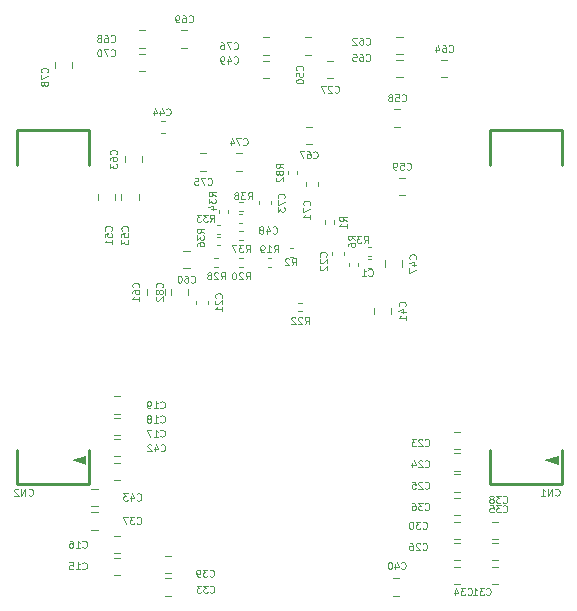
<source format=gbr>
%TF.GenerationSoftware,KiCad,Pcbnew,8.0.1*%
%TF.CreationDate,2024-05-09T15:37:21+08:00*%
%TF.ProjectId,ProDocument_ZYNQ7020_V1_2024-04-10,50726f44-6f63-4756-9d65-6e745f5a594e,rev?*%
%TF.SameCoordinates,Original*%
%TF.FileFunction,Legend,Bot*%
%TF.FilePolarity,Positive*%
%FSLAX46Y46*%
G04 Gerber Fmt 4.6, Leading zero omitted, Abs format (unit mm)*
G04 Created by KiCad (PCBNEW 8.0.1) date 2024-05-09 15:37:21*
%MOMM*%
%LPD*%
G01*
G04 APERTURE LIST*
%ADD10C,0.100000*%
%ADD11C,0.120000*%
%ADD12C,0.254000*%
%ADD13C,0.000000*%
G04 APERTURE END LIST*
D10*
X181074916Y-74953168D02*
X181274916Y-74667454D01*
X181417773Y-74953168D02*
X181417773Y-74353168D01*
X181417773Y-74353168D02*
X181189202Y-74353168D01*
X181189202Y-74353168D02*
X181132059Y-74381739D01*
X181132059Y-74381739D02*
X181103488Y-74410311D01*
X181103488Y-74410311D02*
X181074916Y-74467454D01*
X181074916Y-74467454D02*
X181074916Y-74553168D01*
X181074916Y-74553168D02*
X181103488Y-74610311D01*
X181103488Y-74610311D02*
X181132059Y-74638882D01*
X181132059Y-74638882D02*
X181189202Y-74667454D01*
X181189202Y-74667454D02*
X181417773Y-74667454D01*
X180846345Y-74410311D02*
X180817773Y-74381739D01*
X180817773Y-74381739D02*
X180760631Y-74353168D01*
X180760631Y-74353168D02*
X180617773Y-74353168D01*
X180617773Y-74353168D02*
X180560631Y-74381739D01*
X180560631Y-74381739D02*
X180532059Y-74410311D01*
X180532059Y-74410311D02*
X180503488Y-74467454D01*
X180503488Y-74467454D02*
X180503488Y-74524597D01*
X180503488Y-74524597D02*
X180532059Y-74610311D01*
X180532059Y-74610311D02*
X180874916Y-74953168D01*
X180874916Y-74953168D02*
X180503488Y-74953168D01*
X180132059Y-74353168D02*
X180074916Y-74353168D01*
X180074916Y-74353168D02*
X180017773Y-74381739D01*
X180017773Y-74381739D02*
X179989202Y-74410311D01*
X179989202Y-74410311D02*
X179960630Y-74467454D01*
X179960630Y-74467454D02*
X179932059Y-74581739D01*
X179932059Y-74581739D02*
X179932059Y-74724597D01*
X179932059Y-74724597D02*
X179960630Y-74838882D01*
X179960630Y-74838882D02*
X179989202Y-74896025D01*
X179989202Y-74896025D02*
X180017773Y-74924597D01*
X180017773Y-74924597D02*
X180074916Y-74953168D01*
X180074916Y-74953168D02*
X180132059Y-74953168D01*
X180132059Y-74953168D02*
X180189202Y-74924597D01*
X180189202Y-74924597D02*
X180217773Y-74896025D01*
X180217773Y-74896025D02*
X180246344Y-74838882D01*
X180246344Y-74838882D02*
X180274916Y-74724597D01*
X180274916Y-74724597D02*
X180274916Y-74581739D01*
X180274916Y-74581739D02*
X180246344Y-74467454D01*
X180246344Y-74467454D02*
X180217773Y-74410311D01*
X180217773Y-74410311D02*
X180189202Y-74381739D01*
X180189202Y-74381739D02*
X180132059Y-74353168D01*
X167264917Y-97626025D02*
X167293489Y-97654597D01*
X167293489Y-97654597D02*
X167379203Y-97683168D01*
X167379203Y-97683168D02*
X167436346Y-97683168D01*
X167436346Y-97683168D02*
X167522060Y-97654597D01*
X167522060Y-97654597D02*
X167579203Y-97597454D01*
X167579203Y-97597454D02*
X167607774Y-97540311D01*
X167607774Y-97540311D02*
X167636346Y-97426025D01*
X167636346Y-97426025D02*
X167636346Y-97340311D01*
X167636346Y-97340311D02*
X167607774Y-97226025D01*
X167607774Y-97226025D02*
X167579203Y-97168882D01*
X167579203Y-97168882D02*
X167522060Y-97111739D01*
X167522060Y-97111739D02*
X167436346Y-97083168D01*
X167436346Y-97083168D02*
X167379203Y-97083168D01*
X167379203Y-97083168D02*
X167293489Y-97111739D01*
X167293489Y-97111739D02*
X167264917Y-97140311D01*
X166693489Y-97683168D02*
X167036346Y-97683168D01*
X166864917Y-97683168D02*
X166864917Y-97083168D01*
X166864917Y-97083168D02*
X166922060Y-97168882D01*
X166922060Y-97168882D02*
X166979203Y-97226025D01*
X166979203Y-97226025D02*
X167036346Y-97254597D01*
X166179203Y-97083168D02*
X166293488Y-97083168D01*
X166293488Y-97083168D02*
X166350631Y-97111739D01*
X166350631Y-97111739D02*
X166379203Y-97140311D01*
X166379203Y-97140311D02*
X166436345Y-97226025D01*
X166436345Y-97226025D02*
X166464917Y-97340311D01*
X166464917Y-97340311D02*
X166464917Y-97568882D01*
X166464917Y-97568882D02*
X166436345Y-97626025D01*
X166436345Y-97626025D02*
X166407774Y-97654597D01*
X166407774Y-97654597D02*
X166350631Y-97683168D01*
X166350631Y-97683168D02*
X166236345Y-97683168D01*
X166236345Y-97683168D02*
X166179203Y-97654597D01*
X166179203Y-97654597D02*
X166150631Y-97626025D01*
X166150631Y-97626025D02*
X166122060Y-97568882D01*
X166122060Y-97568882D02*
X166122060Y-97426025D01*
X166122060Y-97426025D02*
X166150631Y-97368882D01*
X166150631Y-97368882D02*
X166179203Y-97340311D01*
X166179203Y-97340311D02*
X166236345Y-97311739D01*
X166236345Y-97311739D02*
X166350631Y-97311739D01*
X166350631Y-97311739D02*
X166407774Y-97340311D01*
X166407774Y-97340311D02*
X166436345Y-97368882D01*
X166436345Y-97368882D02*
X166464917Y-97426025D01*
X196264917Y-90826025D02*
X196293489Y-90854597D01*
X196293489Y-90854597D02*
X196379203Y-90883168D01*
X196379203Y-90883168D02*
X196436346Y-90883168D01*
X196436346Y-90883168D02*
X196522060Y-90854597D01*
X196522060Y-90854597D02*
X196579203Y-90797454D01*
X196579203Y-90797454D02*
X196607774Y-90740311D01*
X196607774Y-90740311D02*
X196636346Y-90626025D01*
X196636346Y-90626025D02*
X196636346Y-90540311D01*
X196636346Y-90540311D02*
X196607774Y-90426025D01*
X196607774Y-90426025D02*
X196579203Y-90368882D01*
X196579203Y-90368882D02*
X196522060Y-90311739D01*
X196522060Y-90311739D02*
X196436346Y-90283168D01*
X196436346Y-90283168D02*
X196379203Y-90283168D01*
X196379203Y-90283168D02*
X196293489Y-90311739D01*
X196293489Y-90311739D02*
X196264917Y-90340311D01*
X196036346Y-90340311D02*
X196007774Y-90311739D01*
X196007774Y-90311739D02*
X195950632Y-90283168D01*
X195950632Y-90283168D02*
X195807774Y-90283168D01*
X195807774Y-90283168D02*
X195750632Y-90311739D01*
X195750632Y-90311739D02*
X195722060Y-90340311D01*
X195722060Y-90340311D02*
X195693489Y-90397454D01*
X195693489Y-90397454D02*
X195693489Y-90454597D01*
X195693489Y-90454597D02*
X195722060Y-90540311D01*
X195722060Y-90540311D02*
X196064917Y-90883168D01*
X196064917Y-90883168D02*
X195693489Y-90883168D01*
X195179203Y-90483168D02*
X195179203Y-90883168D01*
X195322060Y-90254597D02*
X195464917Y-90683168D01*
X195464917Y-90683168D02*
X195093488Y-90683168D01*
X185894431Y-57225082D02*
X185923003Y-57196510D01*
X185923003Y-57196510D02*
X185951574Y-57110796D01*
X185951574Y-57110796D02*
X185951574Y-57053653D01*
X185951574Y-57053653D02*
X185923003Y-56967939D01*
X185923003Y-56967939D02*
X185865860Y-56910796D01*
X185865860Y-56910796D02*
X185808717Y-56882225D01*
X185808717Y-56882225D02*
X185694431Y-56853653D01*
X185694431Y-56853653D02*
X185608717Y-56853653D01*
X185608717Y-56853653D02*
X185494431Y-56882225D01*
X185494431Y-56882225D02*
X185437288Y-56910796D01*
X185437288Y-56910796D02*
X185380145Y-56967939D01*
X185380145Y-56967939D02*
X185351574Y-57053653D01*
X185351574Y-57053653D02*
X185351574Y-57110796D01*
X185351574Y-57110796D02*
X185380145Y-57196510D01*
X185380145Y-57196510D02*
X185408717Y-57225082D01*
X185351574Y-57767939D02*
X185351574Y-57482225D01*
X185351574Y-57482225D02*
X185637288Y-57453653D01*
X185637288Y-57453653D02*
X185608717Y-57482225D01*
X185608717Y-57482225D02*
X185580145Y-57539368D01*
X185580145Y-57539368D02*
X185580145Y-57682225D01*
X185580145Y-57682225D02*
X185608717Y-57739368D01*
X185608717Y-57739368D02*
X185637288Y-57767939D01*
X185637288Y-57767939D02*
X185694431Y-57796510D01*
X185694431Y-57796510D02*
X185837288Y-57796510D01*
X185837288Y-57796510D02*
X185894431Y-57767939D01*
X185894431Y-57767939D02*
X185923003Y-57739368D01*
X185923003Y-57739368D02*
X185951574Y-57682225D01*
X185951574Y-57682225D02*
X185951574Y-57539368D01*
X185951574Y-57539368D02*
X185923003Y-57482225D01*
X185923003Y-57482225D02*
X185894431Y-57453653D01*
X185351574Y-58167939D02*
X185351574Y-58225082D01*
X185351574Y-58225082D02*
X185380145Y-58282225D01*
X185380145Y-58282225D02*
X185408717Y-58310797D01*
X185408717Y-58310797D02*
X185465860Y-58339368D01*
X185465860Y-58339368D02*
X185580145Y-58367939D01*
X185580145Y-58367939D02*
X185723003Y-58367939D01*
X185723003Y-58367939D02*
X185837288Y-58339368D01*
X185837288Y-58339368D02*
X185894431Y-58310797D01*
X185894431Y-58310797D02*
X185923003Y-58282225D01*
X185923003Y-58282225D02*
X185951574Y-58225082D01*
X185951574Y-58225082D02*
X185951574Y-58167939D01*
X185951574Y-58167939D02*
X185923003Y-58110797D01*
X185923003Y-58110797D02*
X185894431Y-58082225D01*
X185894431Y-58082225D02*
X185837288Y-58053654D01*
X185837288Y-58053654D02*
X185723003Y-58025082D01*
X185723003Y-58025082D02*
X185580145Y-58025082D01*
X185580145Y-58025082D02*
X185465860Y-58053654D01*
X185465860Y-58053654D02*
X185408717Y-58082225D01*
X185408717Y-58082225D02*
X185380145Y-58110797D01*
X185380145Y-58110797D02*
X185351574Y-58167939D01*
X195474430Y-73225083D02*
X195503002Y-73196511D01*
X195503002Y-73196511D02*
X195531573Y-73110797D01*
X195531573Y-73110797D02*
X195531573Y-73053654D01*
X195531573Y-73053654D02*
X195503002Y-72967940D01*
X195503002Y-72967940D02*
X195445859Y-72910797D01*
X195445859Y-72910797D02*
X195388716Y-72882226D01*
X195388716Y-72882226D02*
X195274430Y-72853654D01*
X195274430Y-72853654D02*
X195188716Y-72853654D01*
X195188716Y-72853654D02*
X195074430Y-72882226D01*
X195074430Y-72882226D02*
X195017287Y-72910797D01*
X195017287Y-72910797D02*
X194960144Y-72967940D01*
X194960144Y-72967940D02*
X194931573Y-73053654D01*
X194931573Y-73053654D02*
X194931573Y-73110797D01*
X194931573Y-73110797D02*
X194960144Y-73196511D01*
X194960144Y-73196511D02*
X194988716Y-73225083D01*
X195131573Y-73739369D02*
X195531573Y-73739369D01*
X194903002Y-73596511D02*
X195331573Y-73453654D01*
X195331573Y-73453654D02*
X195331573Y-73825083D01*
X194931573Y-73996512D02*
X194931573Y-74396512D01*
X194931573Y-74396512D02*
X195531573Y-74139369D01*
X171094431Y-70825082D02*
X171123003Y-70796510D01*
X171123003Y-70796510D02*
X171151574Y-70710796D01*
X171151574Y-70710796D02*
X171151574Y-70653653D01*
X171151574Y-70653653D02*
X171123003Y-70567939D01*
X171123003Y-70567939D02*
X171065860Y-70510796D01*
X171065860Y-70510796D02*
X171008717Y-70482225D01*
X171008717Y-70482225D02*
X170894431Y-70453653D01*
X170894431Y-70453653D02*
X170808717Y-70453653D01*
X170808717Y-70453653D02*
X170694431Y-70482225D01*
X170694431Y-70482225D02*
X170637288Y-70510796D01*
X170637288Y-70510796D02*
X170580145Y-70567939D01*
X170580145Y-70567939D02*
X170551574Y-70653653D01*
X170551574Y-70653653D02*
X170551574Y-70710796D01*
X170551574Y-70710796D02*
X170580145Y-70796510D01*
X170580145Y-70796510D02*
X170608717Y-70825082D01*
X170551574Y-71367939D02*
X170551574Y-71082225D01*
X170551574Y-71082225D02*
X170837288Y-71053653D01*
X170837288Y-71053653D02*
X170808717Y-71082225D01*
X170808717Y-71082225D02*
X170780145Y-71139368D01*
X170780145Y-71139368D02*
X170780145Y-71282225D01*
X170780145Y-71282225D02*
X170808717Y-71339368D01*
X170808717Y-71339368D02*
X170837288Y-71367939D01*
X170837288Y-71367939D02*
X170894431Y-71396510D01*
X170894431Y-71396510D02*
X171037288Y-71396510D01*
X171037288Y-71396510D02*
X171094431Y-71367939D01*
X171094431Y-71367939D02*
X171123003Y-71339368D01*
X171123003Y-71339368D02*
X171151574Y-71282225D01*
X171151574Y-71282225D02*
X171151574Y-71139368D01*
X171151574Y-71139368D02*
X171123003Y-71082225D01*
X171123003Y-71082225D02*
X171094431Y-71053653D01*
X170551574Y-71596511D02*
X170551574Y-71967939D01*
X170551574Y-71967939D02*
X170780145Y-71767939D01*
X170780145Y-71767939D02*
X170780145Y-71853654D01*
X170780145Y-71853654D02*
X170808717Y-71910797D01*
X170808717Y-71910797D02*
X170837288Y-71939368D01*
X170837288Y-71939368D02*
X170894431Y-71967939D01*
X170894431Y-71967939D02*
X171037288Y-71967939D01*
X171037288Y-71967939D02*
X171094431Y-71939368D01*
X171094431Y-71939368D02*
X171123003Y-71910797D01*
X171123003Y-71910797D02*
X171151574Y-71853654D01*
X171151574Y-71853654D02*
X171151574Y-71682225D01*
X171151574Y-71682225D02*
X171123003Y-71625082D01*
X171123003Y-71625082D02*
X171094431Y-71596511D01*
X196264917Y-94426025D02*
X196293489Y-94454597D01*
X196293489Y-94454597D02*
X196379203Y-94483168D01*
X196379203Y-94483168D02*
X196436346Y-94483168D01*
X196436346Y-94483168D02*
X196522060Y-94454597D01*
X196522060Y-94454597D02*
X196579203Y-94397454D01*
X196579203Y-94397454D02*
X196607774Y-94340311D01*
X196607774Y-94340311D02*
X196636346Y-94226025D01*
X196636346Y-94226025D02*
X196636346Y-94140311D01*
X196636346Y-94140311D02*
X196607774Y-94026025D01*
X196607774Y-94026025D02*
X196579203Y-93968882D01*
X196579203Y-93968882D02*
X196522060Y-93911739D01*
X196522060Y-93911739D02*
X196436346Y-93883168D01*
X196436346Y-93883168D02*
X196379203Y-93883168D01*
X196379203Y-93883168D02*
X196293489Y-93911739D01*
X196293489Y-93911739D02*
X196264917Y-93940311D01*
X196064917Y-93883168D02*
X195693489Y-93883168D01*
X195693489Y-93883168D02*
X195893489Y-94111739D01*
X195893489Y-94111739D02*
X195807774Y-94111739D01*
X195807774Y-94111739D02*
X195750632Y-94140311D01*
X195750632Y-94140311D02*
X195722060Y-94168882D01*
X195722060Y-94168882D02*
X195693489Y-94226025D01*
X195693489Y-94226025D02*
X195693489Y-94368882D01*
X195693489Y-94368882D02*
X195722060Y-94426025D01*
X195722060Y-94426025D02*
X195750632Y-94454597D01*
X195750632Y-94454597D02*
X195807774Y-94483168D01*
X195807774Y-94483168D02*
X195979203Y-94483168D01*
X195979203Y-94483168D02*
X196036346Y-94454597D01*
X196036346Y-94454597D02*
X196064917Y-94426025D01*
X195179203Y-93883168D02*
X195293488Y-93883168D01*
X195293488Y-93883168D02*
X195350631Y-93911739D01*
X195350631Y-93911739D02*
X195379203Y-93940311D01*
X195379203Y-93940311D02*
X195436345Y-94026025D01*
X195436345Y-94026025D02*
X195464917Y-94140311D01*
X195464917Y-94140311D02*
X195464917Y-94368882D01*
X195464917Y-94368882D02*
X195436345Y-94426025D01*
X195436345Y-94426025D02*
X195407774Y-94454597D01*
X195407774Y-94454597D02*
X195350631Y-94483168D01*
X195350631Y-94483168D02*
X195236345Y-94483168D01*
X195236345Y-94483168D02*
X195179203Y-94454597D01*
X195179203Y-94454597D02*
X195150631Y-94426025D01*
X195150631Y-94426025D02*
X195122060Y-94368882D01*
X195122060Y-94368882D02*
X195122060Y-94226025D01*
X195122060Y-94226025D02*
X195150631Y-94168882D01*
X195150631Y-94168882D02*
X195179203Y-94140311D01*
X195179203Y-94140311D02*
X195236345Y-94111739D01*
X195236345Y-94111739D02*
X195350631Y-94111739D01*
X195350631Y-94111739D02*
X195407774Y-94140311D01*
X195407774Y-94140311D02*
X195436345Y-94168882D01*
X195436345Y-94168882D02*
X195464917Y-94226025D01*
X181264917Y-68183168D02*
X181464917Y-67897454D01*
X181607774Y-68183168D02*
X181607774Y-67583168D01*
X181607774Y-67583168D02*
X181379203Y-67583168D01*
X181379203Y-67583168D02*
X181322060Y-67611739D01*
X181322060Y-67611739D02*
X181293489Y-67640311D01*
X181293489Y-67640311D02*
X181264917Y-67697454D01*
X181264917Y-67697454D02*
X181264917Y-67783168D01*
X181264917Y-67783168D02*
X181293489Y-67840311D01*
X181293489Y-67840311D02*
X181322060Y-67868882D01*
X181322060Y-67868882D02*
X181379203Y-67897454D01*
X181379203Y-67897454D02*
X181607774Y-67897454D01*
X181064917Y-67583168D02*
X180693489Y-67583168D01*
X180693489Y-67583168D02*
X180893489Y-67811739D01*
X180893489Y-67811739D02*
X180807774Y-67811739D01*
X180807774Y-67811739D02*
X180750632Y-67840311D01*
X180750632Y-67840311D02*
X180722060Y-67868882D01*
X180722060Y-67868882D02*
X180693489Y-67926025D01*
X180693489Y-67926025D02*
X180693489Y-68068882D01*
X180693489Y-68068882D02*
X180722060Y-68126025D01*
X180722060Y-68126025D02*
X180750632Y-68154597D01*
X180750632Y-68154597D02*
X180807774Y-68183168D01*
X180807774Y-68183168D02*
X180979203Y-68183168D01*
X180979203Y-68183168D02*
X181036346Y-68154597D01*
X181036346Y-68154597D02*
X181064917Y-68126025D01*
X180350631Y-67840311D02*
X180407774Y-67811739D01*
X180407774Y-67811739D02*
X180436345Y-67783168D01*
X180436345Y-67783168D02*
X180464917Y-67726025D01*
X180464917Y-67726025D02*
X180464917Y-67697454D01*
X180464917Y-67697454D02*
X180436345Y-67640311D01*
X180436345Y-67640311D02*
X180407774Y-67611739D01*
X180407774Y-67611739D02*
X180350631Y-67583168D01*
X180350631Y-67583168D02*
X180236345Y-67583168D01*
X180236345Y-67583168D02*
X180179203Y-67611739D01*
X180179203Y-67611739D02*
X180150631Y-67640311D01*
X180150631Y-67640311D02*
X180122060Y-67697454D01*
X180122060Y-67697454D02*
X180122060Y-67726025D01*
X180122060Y-67726025D02*
X180150631Y-67783168D01*
X180150631Y-67783168D02*
X180179203Y-67811739D01*
X180179203Y-67811739D02*
X180236345Y-67840311D01*
X180236345Y-67840311D02*
X180350631Y-67840311D01*
X180350631Y-67840311D02*
X180407774Y-67868882D01*
X180407774Y-67868882D02*
X180436345Y-67897454D01*
X180436345Y-67897454D02*
X180464917Y-67954597D01*
X180464917Y-67954597D02*
X180464917Y-68068882D01*
X180464917Y-68068882D02*
X180436345Y-68126025D01*
X180436345Y-68126025D02*
X180407774Y-68154597D01*
X180407774Y-68154597D02*
X180350631Y-68183168D01*
X180350631Y-68183168D02*
X180236345Y-68183168D01*
X180236345Y-68183168D02*
X180179203Y-68154597D01*
X180179203Y-68154597D02*
X180150631Y-68126025D01*
X180150631Y-68126025D02*
X180122060Y-68068882D01*
X180122060Y-68068882D02*
X180122060Y-67954597D01*
X180122060Y-67954597D02*
X180150631Y-67897454D01*
X180150631Y-67897454D02*
X180179203Y-67868882D01*
X180179203Y-67868882D02*
X180236345Y-67840311D01*
X164294431Y-57425082D02*
X164323003Y-57396510D01*
X164323003Y-57396510D02*
X164351574Y-57310796D01*
X164351574Y-57310796D02*
X164351574Y-57253653D01*
X164351574Y-57253653D02*
X164323003Y-57167939D01*
X164323003Y-57167939D02*
X164265860Y-57110796D01*
X164265860Y-57110796D02*
X164208717Y-57082225D01*
X164208717Y-57082225D02*
X164094431Y-57053653D01*
X164094431Y-57053653D02*
X164008717Y-57053653D01*
X164008717Y-57053653D02*
X163894431Y-57082225D01*
X163894431Y-57082225D02*
X163837288Y-57110796D01*
X163837288Y-57110796D02*
X163780145Y-57167939D01*
X163780145Y-57167939D02*
X163751574Y-57253653D01*
X163751574Y-57253653D02*
X163751574Y-57310796D01*
X163751574Y-57310796D02*
X163780145Y-57396510D01*
X163780145Y-57396510D02*
X163808717Y-57425082D01*
X163751574Y-57625082D02*
X163751574Y-58025082D01*
X163751574Y-58025082D02*
X164351574Y-57767939D01*
X164008717Y-58339368D02*
X163980145Y-58282225D01*
X163980145Y-58282225D02*
X163951574Y-58253654D01*
X163951574Y-58253654D02*
X163894431Y-58225082D01*
X163894431Y-58225082D02*
X163865860Y-58225082D01*
X163865860Y-58225082D02*
X163808717Y-58253654D01*
X163808717Y-58253654D02*
X163780145Y-58282225D01*
X163780145Y-58282225D02*
X163751574Y-58339368D01*
X163751574Y-58339368D02*
X163751574Y-58453654D01*
X163751574Y-58453654D02*
X163780145Y-58510797D01*
X163780145Y-58510797D02*
X163808717Y-58539368D01*
X163808717Y-58539368D02*
X163865860Y-58567939D01*
X163865860Y-58567939D02*
X163894431Y-58567939D01*
X163894431Y-58567939D02*
X163951574Y-58539368D01*
X163951574Y-58539368D02*
X163980145Y-58510797D01*
X163980145Y-58510797D02*
X164008717Y-58453654D01*
X164008717Y-58453654D02*
X164008717Y-58339368D01*
X164008717Y-58339368D02*
X164037288Y-58282225D01*
X164037288Y-58282225D02*
X164065860Y-58253654D01*
X164065860Y-58253654D02*
X164123003Y-58225082D01*
X164123003Y-58225082D02*
X164237288Y-58225082D01*
X164237288Y-58225082D02*
X164294431Y-58253654D01*
X164294431Y-58253654D02*
X164323003Y-58282225D01*
X164323003Y-58282225D02*
X164351574Y-58339368D01*
X164351574Y-58339368D02*
X164351574Y-58453654D01*
X164351574Y-58453654D02*
X164323003Y-58510797D01*
X164323003Y-58510797D02*
X164294431Y-58539368D01*
X164294431Y-58539368D02*
X164237288Y-58567939D01*
X164237288Y-58567939D02*
X164123003Y-58567939D01*
X164123003Y-58567939D02*
X164065860Y-58539368D01*
X164065860Y-58539368D02*
X164037288Y-58510797D01*
X164037288Y-58510797D02*
X164008717Y-58453654D01*
X194702062Y-65625482D02*
X194730634Y-65654054D01*
X194730634Y-65654054D02*
X194816348Y-65682625D01*
X194816348Y-65682625D02*
X194873491Y-65682625D01*
X194873491Y-65682625D02*
X194959205Y-65654054D01*
X194959205Y-65654054D02*
X195016348Y-65596911D01*
X195016348Y-65596911D02*
X195044919Y-65539768D01*
X195044919Y-65539768D02*
X195073491Y-65425482D01*
X195073491Y-65425482D02*
X195073491Y-65339768D01*
X195073491Y-65339768D02*
X195044919Y-65225482D01*
X195044919Y-65225482D02*
X195016348Y-65168339D01*
X195016348Y-65168339D02*
X194959205Y-65111196D01*
X194959205Y-65111196D02*
X194873491Y-65082625D01*
X194873491Y-65082625D02*
X194816348Y-65082625D01*
X194816348Y-65082625D02*
X194730634Y-65111196D01*
X194730634Y-65111196D02*
X194702062Y-65139768D01*
X194159205Y-65082625D02*
X194444919Y-65082625D01*
X194444919Y-65082625D02*
X194473491Y-65368339D01*
X194473491Y-65368339D02*
X194444919Y-65339768D01*
X194444919Y-65339768D02*
X194387777Y-65311196D01*
X194387777Y-65311196D02*
X194244919Y-65311196D01*
X194244919Y-65311196D02*
X194187777Y-65339768D01*
X194187777Y-65339768D02*
X194159205Y-65368339D01*
X194159205Y-65368339D02*
X194130634Y-65425482D01*
X194130634Y-65425482D02*
X194130634Y-65568339D01*
X194130634Y-65568339D02*
X194159205Y-65625482D01*
X194159205Y-65625482D02*
X194187777Y-65654054D01*
X194187777Y-65654054D02*
X194244919Y-65682625D01*
X194244919Y-65682625D02*
X194387777Y-65682625D01*
X194387777Y-65682625D02*
X194444919Y-65654054D01*
X194444919Y-65654054D02*
X194473491Y-65625482D01*
X193844919Y-65682625D02*
X193730633Y-65682625D01*
X193730633Y-65682625D02*
X193673490Y-65654054D01*
X193673490Y-65654054D02*
X193644919Y-65625482D01*
X193644919Y-65625482D02*
X193587776Y-65539768D01*
X193587776Y-65539768D02*
X193559205Y-65425482D01*
X193559205Y-65425482D02*
X193559205Y-65196911D01*
X193559205Y-65196911D02*
X193587776Y-65139768D01*
X193587776Y-65139768D02*
X193616348Y-65111196D01*
X193616348Y-65111196D02*
X193673490Y-65082625D01*
X193673490Y-65082625D02*
X193787776Y-65082625D01*
X193787776Y-65082625D02*
X193844919Y-65111196D01*
X193844919Y-65111196D02*
X193873490Y-65139768D01*
X193873490Y-65139768D02*
X193902062Y-65196911D01*
X193902062Y-65196911D02*
X193902062Y-65339768D01*
X193902062Y-65339768D02*
X193873490Y-65396911D01*
X193873490Y-65396911D02*
X193844919Y-65425482D01*
X193844919Y-65425482D02*
X193787776Y-65454054D01*
X193787776Y-65454054D02*
X193673490Y-65454054D01*
X193673490Y-65454054D02*
X193616348Y-65425482D01*
X193616348Y-65425482D02*
X193587776Y-65396911D01*
X193587776Y-65396911D02*
X193559205Y-65339768D01*
X169664917Y-56026025D02*
X169693489Y-56054597D01*
X169693489Y-56054597D02*
X169779203Y-56083168D01*
X169779203Y-56083168D02*
X169836346Y-56083168D01*
X169836346Y-56083168D02*
X169922060Y-56054597D01*
X169922060Y-56054597D02*
X169979203Y-55997454D01*
X169979203Y-55997454D02*
X170007774Y-55940311D01*
X170007774Y-55940311D02*
X170036346Y-55826025D01*
X170036346Y-55826025D02*
X170036346Y-55740311D01*
X170036346Y-55740311D02*
X170007774Y-55626025D01*
X170007774Y-55626025D02*
X169979203Y-55568882D01*
X169979203Y-55568882D02*
X169922060Y-55511739D01*
X169922060Y-55511739D02*
X169836346Y-55483168D01*
X169836346Y-55483168D02*
X169779203Y-55483168D01*
X169779203Y-55483168D02*
X169693489Y-55511739D01*
X169693489Y-55511739D02*
X169664917Y-55540311D01*
X169464917Y-55483168D02*
X169064917Y-55483168D01*
X169064917Y-55483168D02*
X169322060Y-56083168D01*
X168722060Y-55483168D02*
X168664917Y-55483168D01*
X168664917Y-55483168D02*
X168607774Y-55511739D01*
X168607774Y-55511739D02*
X168579203Y-55540311D01*
X168579203Y-55540311D02*
X168550631Y-55597454D01*
X168550631Y-55597454D02*
X168522060Y-55711739D01*
X168522060Y-55711739D02*
X168522060Y-55854597D01*
X168522060Y-55854597D02*
X168550631Y-55968882D01*
X168550631Y-55968882D02*
X168579203Y-56026025D01*
X168579203Y-56026025D02*
X168607774Y-56054597D01*
X168607774Y-56054597D02*
X168664917Y-56083168D01*
X168664917Y-56083168D02*
X168722060Y-56083168D01*
X168722060Y-56083168D02*
X168779203Y-56054597D01*
X168779203Y-56054597D02*
X168807774Y-56026025D01*
X168807774Y-56026025D02*
X168836345Y-55968882D01*
X168836345Y-55968882D02*
X168864917Y-55854597D01*
X168864917Y-55854597D02*
X168864917Y-55711739D01*
X168864917Y-55711739D02*
X168836345Y-55597454D01*
X168836345Y-55597454D02*
X168807774Y-55540311D01*
X168807774Y-55540311D02*
X168779203Y-55511739D01*
X168779203Y-55511739D02*
X168722060Y-55483168D01*
X184251574Y-65525082D02*
X183965860Y-65325082D01*
X184251574Y-65182225D02*
X183651574Y-65182225D01*
X183651574Y-65182225D02*
X183651574Y-65410796D01*
X183651574Y-65410796D02*
X183680145Y-65467939D01*
X183680145Y-65467939D02*
X183708717Y-65496510D01*
X183708717Y-65496510D02*
X183765860Y-65525082D01*
X183765860Y-65525082D02*
X183851574Y-65525082D01*
X183851574Y-65525082D02*
X183908717Y-65496510D01*
X183908717Y-65496510D02*
X183937288Y-65467939D01*
X183937288Y-65467939D02*
X183965860Y-65410796D01*
X183965860Y-65410796D02*
X183965860Y-65182225D01*
X183908717Y-65867939D02*
X183880145Y-65810796D01*
X183880145Y-65810796D02*
X183851574Y-65782225D01*
X183851574Y-65782225D02*
X183794431Y-65753653D01*
X183794431Y-65753653D02*
X183765860Y-65753653D01*
X183765860Y-65753653D02*
X183708717Y-65782225D01*
X183708717Y-65782225D02*
X183680145Y-65810796D01*
X183680145Y-65810796D02*
X183651574Y-65867939D01*
X183651574Y-65867939D02*
X183651574Y-65982225D01*
X183651574Y-65982225D02*
X183680145Y-66039368D01*
X183680145Y-66039368D02*
X183708717Y-66067939D01*
X183708717Y-66067939D02*
X183765860Y-66096510D01*
X183765860Y-66096510D02*
X183794431Y-66096510D01*
X183794431Y-66096510D02*
X183851574Y-66067939D01*
X183851574Y-66067939D02*
X183880145Y-66039368D01*
X183880145Y-66039368D02*
X183908717Y-65982225D01*
X183908717Y-65982225D02*
X183908717Y-65867939D01*
X183908717Y-65867939D02*
X183937288Y-65810796D01*
X183937288Y-65810796D02*
X183965860Y-65782225D01*
X183965860Y-65782225D02*
X184023003Y-65753653D01*
X184023003Y-65753653D02*
X184137288Y-65753653D01*
X184137288Y-65753653D02*
X184194431Y-65782225D01*
X184194431Y-65782225D02*
X184223003Y-65810796D01*
X184223003Y-65810796D02*
X184251574Y-65867939D01*
X184251574Y-65867939D02*
X184251574Y-65982225D01*
X184251574Y-65982225D02*
X184223003Y-66039368D01*
X184223003Y-66039368D02*
X184194431Y-66067939D01*
X184194431Y-66067939D02*
X184137288Y-66096510D01*
X184137288Y-66096510D02*
X184023003Y-66096510D01*
X184023003Y-66096510D02*
X183965860Y-66067939D01*
X183965860Y-66067939D02*
X183937288Y-66039368D01*
X183937288Y-66039368D02*
X183908717Y-65982225D01*
X183708717Y-66325082D02*
X183680145Y-66353654D01*
X183680145Y-66353654D02*
X183651574Y-66410797D01*
X183651574Y-66410797D02*
X183651574Y-66553654D01*
X183651574Y-66553654D02*
X183680145Y-66610797D01*
X183680145Y-66610797D02*
X183708717Y-66639368D01*
X183708717Y-66639368D02*
X183765860Y-66667939D01*
X183765860Y-66667939D02*
X183823003Y-66667939D01*
X183823003Y-66667939D02*
X183908717Y-66639368D01*
X183908717Y-66639368D02*
X184251574Y-66296511D01*
X184251574Y-66296511D02*
X184251574Y-66667939D01*
X173864917Y-85826025D02*
X173893489Y-85854597D01*
X173893489Y-85854597D02*
X173979203Y-85883168D01*
X173979203Y-85883168D02*
X174036346Y-85883168D01*
X174036346Y-85883168D02*
X174122060Y-85854597D01*
X174122060Y-85854597D02*
X174179203Y-85797454D01*
X174179203Y-85797454D02*
X174207774Y-85740311D01*
X174207774Y-85740311D02*
X174236346Y-85626025D01*
X174236346Y-85626025D02*
X174236346Y-85540311D01*
X174236346Y-85540311D02*
X174207774Y-85426025D01*
X174207774Y-85426025D02*
X174179203Y-85368882D01*
X174179203Y-85368882D02*
X174122060Y-85311739D01*
X174122060Y-85311739D02*
X174036346Y-85283168D01*
X174036346Y-85283168D02*
X173979203Y-85283168D01*
X173979203Y-85283168D02*
X173893489Y-85311739D01*
X173893489Y-85311739D02*
X173864917Y-85340311D01*
X173293489Y-85883168D02*
X173636346Y-85883168D01*
X173464917Y-85883168D02*
X173464917Y-85283168D01*
X173464917Y-85283168D02*
X173522060Y-85368882D01*
X173522060Y-85368882D02*
X173579203Y-85426025D01*
X173579203Y-85426025D02*
X173636346Y-85454597D01*
X173007774Y-85883168D02*
X172893488Y-85883168D01*
X172893488Y-85883168D02*
X172836345Y-85854597D01*
X172836345Y-85854597D02*
X172807774Y-85826025D01*
X172807774Y-85826025D02*
X172750631Y-85740311D01*
X172750631Y-85740311D02*
X172722060Y-85626025D01*
X172722060Y-85626025D02*
X172722060Y-85397454D01*
X172722060Y-85397454D02*
X172750631Y-85340311D01*
X172750631Y-85340311D02*
X172779203Y-85311739D01*
X172779203Y-85311739D02*
X172836345Y-85283168D01*
X172836345Y-85283168D02*
X172950631Y-85283168D01*
X172950631Y-85283168D02*
X173007774Y-85311739D01*
X173007774Y-85311739D02*
X173036345Y-85340311D01*
X173036345Y-85340311D02*
X173064917Y-85397454D01*
X173064917Y-85397454D02*
X173064917Y-85540311D01*
X173064917Y-85540311D02*
X173036345Y-85597454D01*
X173036345Y-85597454D02*
X173007774Y-85626025D01*
X173007774Y-85626025D02*
X172950631Y-85654597D01*
X172950631Y-85654597D02*
X172836345Y-85654597D01*
X172836345Y-85654597D02*
X172779203Y-85626025D01*
X172779203Y-85626025D02*
X172750631Y-85597454D01*
X172750631Y-85597454D02*
X172722060Y-85540311D01*
X202864917Y-94626025D02*
X202893489Y-94654597D01*
X202893489Y-94654597D02*
X202979203Y-94683168D01*
X202979203Y-94683168D02*
X203036346Y-94683168D01*
X203036346Y-94683168D02*
X203122060Y-94654597D01*
X203122060Y-94654597D02*
X203179203Y-94597454D01*
X203179203Y-94597454D02*
X203207774Y-94540311D01*
X203207774Y-94540311D02*
X203236346Y-94426025D01*
X203236346Y-94426025D02*
X203236346Y-94340311D01*
X203236346Y-94340311D02*
X203207774Y-94226025D01*
X203207774Y-94226025D02*
X203179203Y-94168882D01*
X203179203Y-94168882D02*
X203122060Y-94111739D01*
X203122060Y-94111739D02*
X203036346Y-94083168D01*
X203036346Y-94083168D02*
X202979203Y-94083168D01*
X202979203Y-94083168D02*
X202893489Y-94111739D01*
X202893489Y-94111739D02*
X202864917Y-94140311D01*
X202664917Y-94083168D02*
X202293489Y-94083168D01*
X202293489Y-94083168D02*
X202493489Y-94311739D01*
X202493489Y-94311739D02*
X202407774Y-94311739D01*
X202407774Y-94311739D02*
X202350632Y-94340311D01*
X202350632Y-94340311D02*
X202322060Y-94368882D01*
X202322060Y-94368882D02*
X202293489Y-94426025D01*
X202293489Y-94426025D02*
X202293489Y-94568882D01*
X202293489Y-94568882D02*
X202322060Y-94626025D01*
X202322060Y-94626025D02*
X202350632Y-94654597D01*
X202350632Y-94654597D02*
X202407774Y-94683168D01*
X202407774Y-94683168D02*
X202579203Y-94683168D01*
X202579203Y-94683168D02*
X202636346Y-94654597D01*
X202636346Y-94654597D02*
X202664917Y-94626025D01*
X201750631Y-94083168D02*
X202036345Y-94083168D01*
X202036345Y-94083168D02*
X202064917Y-94368882D01*
X202064917Y-94368882D02*
X202036345Y-94340311D01*
X202036345Y-94340311D02*
X201979203Y-94311739D01*
X201979203Y-94311739D02*
X201836345Y-94311739D01*
X201836345Y-94311739D02*
X201779203Y-94340311D01*
X201779203Y-94340311D02*
X201750631Y-94368882D01*
X201750631Y-94368882D02*
X201722060Y-94426025D01*
X201722060Y-94426025D02*
X201722060Y-94568882D01*
X201722060Y-94568882D02*
X201750631Y-94626025D01*
X201750631Y-94626025D02*
X201779203Y-94654597D01*
X201779203Y-94654597D02*
X201836345Y-94683168D01*
X201836345Y-94683168D02*
X201979203Y-94683168D01*
X201979203Y-94683168D02*
X202036345Y-94654597D01*
X202036345Y-94654597D02*
X202064917Y-94626025D01*
X171864917Y-93626025D02*
X171893489Y-93654597D01*
X171893489Y-93654597D02*
X171979203Y-93683168D01*
X171979203Y-93683168D02*
X172036346Y-93683168D01*
X172036346Y-93683168D02*
X172122060Y-93654597D01*
X172122060Y-93654597D02*
X172179203Y-93597454D01*
X172179203Y-93597454D02*
X172207774Y-93540311D01*
X172207774Y-93540311D02*
X172236346Y-93426025D01*
X172236346Y-93426025D02*
X172236346Y-93340311D01*
X172236346Y-93340311D02*
X172207774Y-93226025D01*
X172207774Y-93226025D02*
X172179203Y-93168882D01*
X172179203Y-93168882D02*
X172122060Y-93111739D01*
X172122060Y-93111739D02*
X172036346Y-93083168D01*
X172036346Y-93083168D02*
X171979203Y-93083168D01*
X171979203Y-93083168D02*
X171893489Y-93111739D01*
X171893489Y-93111739D02*
X171864917Y-93140311D01*
X171350632Y-93283168D02*
X171350632Y-93683168D01*
X171493489Y-93054597D02*
X171636346Y-93483168D01*
X171636346Y-93483168D02*
X171264917Y-93483168D01*
X171093488Y-93083168D02*
X170722060Y-93083168D01*
X170722060Y-93083168D02*
X170922060Y-93311739D01*
X170922060Y-93311739D02*
X170836345Y-93311739D01*
X170836345Y-93311739D02*
X170779203Y-93340311D01*
X170779203Y-93340311D02*
X170750631Y-93368882D01*
X170750631Y-93368882D02*
X170722060Y-93426025D01*
X170722060Y-93426025D02*
X170722060Y-93568882D01*
X170722060Y-93568882D02*
X170750631Y-93626025D01*
X170750631Y-93626025D02*
X170779203Y-93654597D01*
X170779203Y-93654597D02*
X170836345Y-93683168D01*
X170836345Y-93683168D02*
X171007774Y-93683168D01*
X171007774Y-93683168D02*
X171064917Y-93654597D01*
X171064917Y-93654597D02*
X171093488Y-93626025D01*
X176454062Y-75185482D02*
X176482634Y-75214054D01*
X176482634Y-75214054D02*
X176568348Y-75242625D01*
X176568348Y-75242625D02*
X176625491Y-75242625D01*
X176625491Y-75242625D02*
X176711205Y-75214054D01*
X176711205Y-75214054D02*
X176768348Y-75156911D01*
X176768348Y-75156911D02*
X176796919Y-75099768D01*
X176796919Y-75099768D02*
X176825491Y-74985482D01*
X176825491Y-74985482D02*
X176825491Y-74899768D01*
X176825491Y-74899768D02*
X176796919Y-74785482D01*
X176796919Y-74785482D02*
X176768348Y-74728339D01*
X176768348Y-74728339D02*
X176711205Y-74671196D01*
X176711205Y-74671196D02*
X176625491Y-74642625D01*
X176625491Y-74642625D02*
X176568348Y-74642625D01*
X176568348Y-74642625D02*
X176482634Y-74671196D01*
X176482634Y-74671196D02*
X176454062Y-74699768D01*
X175939777Y-74642625D02*
X176054062Y-74642625D01*
X176054062Y-74642625D02*
X176111205Y-74671196D01*
X176111205Y-74671196D02*
X176139777Y-74699768D01*
X176139777Y-74699768D02*
X176196919Y-74785482D01*
X176196919Y-74785482D02*
X176225491Y-74899768D01*
X176225491Y-74899768D02*
X176225491Y-75128339D01*
X176225491Y-75128339D02*
X176196919Y-75185482D01*
X176196919Y-75185482D02*
X176168348Y-75214054D01*
X176168348Y-75214054D02*
X176111205Y-75242625D01*
X176111205Y-75242625D02*
X175996919Y-75242625D01*
X175996919Y-75242625D02*
X175939777Y-75214054D01*
X175939777Y-75214054D02*
X175911205Y-75185482D01*
X175911205Y-75185482D02*
X175882634Y-75128339D01*
X175882634Y-75128339D02*
X175882634Y-74985482D01*
X175882634Y-74985482D02*
X175911205Y-74928339D01*
X175911205Y-74928339D02*
X175939777Y-74899768D01*
X175939777Y-74899768D02*
X175996919Y-74871196D01*
X175996919Y-74871196D02*
X176111205Y-74871196D01*
X176111205Y-74871196D02*
X176168348Y-74899768D01*
X176168348Y-74899768D02*
X176196919Y-74928339D01*
X176196919Y-74928339D02*
X176225491Y-74985482D01*
X175511205Y-74642625D02*
X175454062Y-74642625D01*
X175454062Y-74642625D02*
X175396919Y-74671196D01*
X175396919Y-74671196D02*
X175368348Y-74699768D01*
X175368348Y-74699768D02*
X175339776Y-74756911D01*
X175339776Y-74756911D02*
X175311205Y-74871196D01*
X175311205Y-74871196D02*
X175311205Y-75014054D01*
X175311205Y-75014054D02*
X175339776Y-75128339D01*
X175339776Y-75128339D02*
X175368348Y-75185482D01*
X175368348Y-75185482D02*
X175396919Y-75214054D01*
X175396919Y-75214054D02*
X175454062Y-75242625D01*
X175454062Y-75242625D02*
X175511205Y-75242625D01*
X175511205Y-75242625D02*
X175568348Y-75214054D01*
X175568348Y-75214054D02*
X175596919Y-75185482D01*
X175596919Y-75185482D02*
X175625490Y-75128339D01*
X175625490Y-75128339D02*
X175654062Y-75014054D01*
X175654062Y-75014054D02*
X175654062Y-74871196D01*
X175654062Y-74871196D02*
X175625490Y-74756911D01*
X175625490Y-74756911D02*
X175596919Y-74699768D01*
X175596919Y-74699768D02*
X175568348Y-74671196D01*
X175568348Y-74671196D02*
X175511205Y-74642625D01*
X196064918Y-96026024D02*
X196093490Y-96054596D01*
X196093490Y-96054596D02*
X196179204Y-96083167D01*
X196179204Y-96083167D02*
X196236347Y-96083167D01*
X196236347Y-96083167D02*
X196322061Y-96054596D01*
X196322061Y-96054596D02*
X196379204Y-95997453D01*
X196379204Y-95997453D02*
X196407775Y-95940310D01*
X196407775Y-95940310D02*
X196436347Y-95826024D01*
X196436347Y-95826024D02*
X196436347Y-95740310D01*
X196436347Y-95740310D02*
X196407775Y-95626024D01*
X196407775Y-95626024D02*
X196379204Y-95568881D01*
X196379204Y-95568881D02*
X196322061Y-95511738D01*
X196322061Y-95511738D02*
X196236347Y-95483167D01*
X196236347Y-95483167D02*
X196179204Y-95483167D01*
X196179204Y-95483167D02*
X196093490Y-95511738D01*
X196093490Y-95511738D02*
X196064918Y-95540310D01*
X195864918Y-95483167D02*
X195493490Y-95483167D01*
X195493490Y-95483167D02*
X195693490Y-95711738D01*
X195693490Y-95711738D02*
X195607775Y-95711738D01*
X195607775Y-95711738D02*
X195550633Y-95740310D01*
X195550633Y-95740310D02*
X195522061Y-95768881D01*
X195522061Y-95768881D02*
X195493490Y-95826024D01*
X195493490Y-95826024D02*
X195493490Y-95968881D01*
X195493490Y-95968881D02*
X195522061Y-96026024D01*
X195522061Y-96026024D02*
X195550633Y-96054596D01*
X195550633Y-96054596D02*
X195607775Y-96083167D01*
X195607775Y-96083167D02*
X195779204Y-96083167D01*
X195779204Y-96083167D02*
X195836347Y-96054596D01*
X195836347Y-96054596D02*
X195864918Y-96026024D01*
X195122061Y-95483167D02*
X195064918Y-95483167D01*
X195064918Y-95483167D02*
X195007775Y-95511738D01*
X195007775Y-95511738D02*
X194979204Y-95540310D01*
X194979204Y-95540310D02*
X194950632Y-95597453D01*
X194950632Y-95597453D02*
X194922061Y-95711738D01*
X194922061Y-95711738D02*
X194922061Y-95854596D01*
X194922061Y-95854596D02*
X194950632Y-95968881D01*
X194950632Y-95968881D02*
X194979204Y-96026024D01*
X194979204Y-96026024D02*
X195007775Y-96054596D01*
X195007775Y-96054596D02*
X195064918Y-96083167D01*
X195064918Y-96083167D02*
X195122061Y-96083167D01*
X195122061Y-96083167D02*
X195179204Y-96054596D01*
X195179204Y-96054596D02*
X195207775Y-96026024D01*
X195207775Y-96026024D02*
X195236346Y-95968881D01*
X195236346Y-95968881D02*
X195264918Y-95854596D01*
X195264918Y-95854596D02*
X195264918Y-95711738D01*
X195264918Y-95711738D02*
X195236346Y-95597453D01*
X195236346Y-95597453D02*
X195207775Y-95540310D01*
X195207775Y-95540310D02*
X195179204Y-95511738D01*
X195179204Y-95511738D02*
X195122061Y-95483167D01*
X176264917Y-53146026D02*
X176293489Y-53174598D01*
X176293489Y-53174598D02*
X176379203Y-53203169D01*
X176379203Y-53203169D02*
X176436346Y-53203169D01*
X176436346Y-53203169D02*
X176522060Y-53174598D01*
X176522060Y-53174598D02*
X176579203Y-53117455D01*
X176579203Y-53117455D02*
X176607774Y-53060312D01*
X176607774Y-53060312D02*
X176636346Y-52946026D01*
X176636346Y-52946026D02*
X176636346Y-52860312D01*
X176636346Y-52860312D02*
X176607774Y-52746026D01*
X176607774Y-52746026D02*
X176579203Y-52688883D01*
X176579203Y-52688883D02*
X176522060Y-52631740D01*
X176522060Y-52631740D02*
X176436346Y-52603169D01*
X176436346Y-52603169D02*
X176379203Y-52603169D01*
X176379203Y-52603169D02*
X176293489Y-52631740D01*
X176293489Y-52631740D02*
X176264917Y-52660312D01*
X175750632Y-52603169D02*
X175864917Y-52603169D01*
X175864917Y-52603169D02*
X175922060Y-52631740D01*
X175922060Y-52631740D02*
X175950632Y-52660312D01*
X175950632Y-52660312D02*
X176007774Y-52746026D01*
X176007774Y-52746026D02*
X176036346Y-52860312D01*
X176036346Y-52860312D02*
X176036346Y-53088883D01*
X176036346Y-53088883D02*
X176007774Y-53146026D01*
X176007774Y-53146026D02*
X175979203Y-53174598D01*
X175979203Y-53174598D02*
X175922060Y-53203169D01*
X175922060Y-53203169D02*
X175807774Y-53203169D01*
X175807774Y-53203169D02*
X175750632Y-53174598D01*
X175750632Y-53174598D02*
X175722060Y-53146026D01*
X175722060Y-53146026D02*
X175693489Y-53088883D01*
X175693489Y-53088883D02*
X175693489Y-52946026D01*
X175693489Y-52946026D02*
X175722060Y-52888883D01*
X175722060Y-52888883D02*
X175750632Y-52860312D01*
X175750632Y-52860312D02*
X175807774Y-52831740D01*
X175807774Y-52831740D02*
X175922060Y-52831740D01*
X175922060Y-52831740D02*
X175979203Y-52860312D01*
X175979203Y-52860312D02*
X176007774Y-52888883D01*
X176007774Y-52888883D02*
X176036346Y-52946026D01*
X175407774Y-53203169D02*
X175293488Y-53203169D01*
X175293488Y-53203169D02*
X175236345Y-53174598D01*
X175236345Y-53174598D02*
X175207774Y-53146026D01*
X175207774Y-53146026D02*
X175150631Y-53060312D01*
X175150631Y-53060312D02*
X175122060Y-52946026D01*
X175122060Y-52946026D02*
X175122060Y-52717455D01*
X175122060Y-52717455D02*
X175150631Y-52660312D01*
X175150631Y-52660312D02*
X175179203Y-52631740D01*
X175179203Y-52631740D02*
X175236345Y-52603169D01*
X175236345Y-52603169D02*
X175350631Y-52603169D01*
X175350631Y-52603169D02*
X175407774Y-52631740D01*
X175407774Y-52631740D02*
X175436345Y-52660312D01*
X175436345Y-52660312D02*
X175464917Y-52717455D01*
X175464917Y-52717455D02*
X175464917Y-52860312D01*
X175464917Y-52860312D02*
X175436345Y-52917455D01*
X175436345Y-52917455D02*
X175407774Y-52946026D01*
X175407774Y-52946026D02*
X175350631Y-52974598D01*
X175350631Y-52974598D02*
X175236345Y-52974598D01*
X175236345Y-52974598D02*
X175179203Y-52946026D01*
X175179203Y-52946026D02*
X175150631Y-52917455D01*
X175150631Y-52917455D02*
X175122060Y-52860312D01*
X178974916Y-74953168D02*
X179174916Y-74667454D01*
X179317773Y-74953168D02*
X179317773Y-74353168D01*
X179317773Y-74353168D02*
X179089202Y-74353168D01*
X179089202Y-74353168D02*
X179032059Y-74381739D01*
X179032059Y-74381739D02*
X179003488Y-74410311D01*
X179003488Y-74410311D02*
X178974916Y-74467454D01*
X178974916Y-74467454D02*
X178974916Y-74553168D01*
X178974916Y-74553168D02*
X179003488Y-74610311D01*
X179003488Y-74610311D02*
X179032059Y-74638882D01*
X179032059Y-74638882D02*
X179089202Y-74667454D01*
X179089202Y-74667454D02*
X179317773Y-74667454D01*
X178746345Y-74410311D02*
X178717773Y-74381739D01*
X178717773Y-74381739D02*
X178660631Y-74353168D01*
X178660631Y-74353168D02*
X178517773Y-74353168D01*
X178517773Y-74353168D02*
X178460631Y-74381739D01*
X178460631Y-74381739D02*
X178432059Y-74410311D01*
X178432059Y-74410311D02*
X178403488Y-74467454D01*
X178403488Y-74467454D02*
X178403488Y-74524597D01*
X178403488Y-74524597D02*
X178432059Y-74610311D01*
X178432059Y-74610311D02*
X178774916Y-74953168D01*
X178774916Y-74953168D02*
X178403488Y-74953168D01*
X178060630Y-74610311D02*
X178117773Y-74581739D01*
X178117773Y-74581739D02*
X178146344Y-74553168D01*
X178146344Y-74553168D02*
X178174916Y-74496025D01*
X178174916Y-74496025D02*
X178174916Y-74467454D01*
X178174916Y-74467454D02*
X178146344Y-74410311D01*
X178146344Y-74410311D02*
X178117773Y-74381739D01*
X178117773Y-74381739D02*
X178060630Y-74353168D01*
X178060630Y-74353168D02*
X177946344Y-74353168D01*
X177946344Y-74353168D02*
X177889202Y-74381739D01*
X177889202Y-74381739D02*
X177860630Y-74410311D01*
X177860630Y-74410311D02*
X177832059Y-74467454D01*
X177832059Y-74467454D02*
X177832059Y-74496025D01*
X177832059Y-74496025D02*
X177860630Y-74553168D01*
X177860630Y-74553168D02*
X177889202Y-74581739D01*
X177889202Y-74581739D02*
X177946344Y-74610311D01*
X177946344Y-74610311D02*
X178060630Y-74610311D01*
X178060630Y-74610311D02*
X178117773Y-74638882D01*
X178117773Y-74638882D02*
X178146344Y-74667454D01*
X178146344Y-74667454D02*
X178174916Y-74724597D01*
X178174916Y-74724597D02*
X178174916Y-74838882D01*
X178174916Y-74838882D02*
X178146344Y-74896025D01*
X178146344Y-74896025D02*
X178117773Y-74924597D01*
X178117773Y-74924597D02*
X178060630Y-74953168D01*
X178060630Y-74953168D02*
X177946344Y-74953168D01*
X177946344Y-74953168D02*
X177889202Y-74924597D01*
X177889202Y-74924597D02*
X177860630Y-74896025D01*
X177860630Y-74896025D02*
X177832059Y-74838882D01*
X177832059Y-74838882D02*
X177832059Y-74724597D01*
X177832059Y-74724597D02*
X177860630Y-74667454D01*
X177860630Y-74667454D02*
X177889202Y-74638882D01*
X177889202Y-74638882D02*
X177946344Y-74610311D01*
X191079202Y-71883168D02*
X191279202Y-71597454D01*
X191422059Y-71883168D02*
X191422059Y-71283168D01*
X191422059Y-71283168D02*
X191193488Y-71283168D01*
X191193488Y-71283168D02*
X191136345Y-71311739D01*
X191136345Y-71311739D02*
X191107774Y-71340311D01*
X191107774Y-71340311D02*
X191079202Y-71397454D01*
X191079202Y-71397454D02*
X191079202Y-71483168D01*
X191079202Y-71483168D02*
X191107774Y-71540311D01*
X191107774Y-71540311D02*
X191136345Y-71568882D01*
X191136345Y-71568882D02*
X191193488Y-71597454D01*
X191193488Y-71597454D02*
X191422059Y-71597454D01*
X190879202Y-71283168D02*
X190507774Y-71283168D01*
X190507774Y-71283168D02*
X190707774Y-71511739D01*
X190707774Y-71511739D02*
X190622059Y-71511739D01*
X190622059Y-71511739D02*
X190564917Y-71540311D01*
X190564917Y-71540311D02*
X190536345Y-71568882D01*
X190536345Y-71568882D02*
X190507774Y-71626025D01*
X190507774Y-71626025D02*
X190507774Y-71768882D01*
X190507774Y-71768882D02*
X190536345Y-71826025D01*
X190536345Y-71826025D02*
X190564917Y-71854597D01*
X190564917Y-71854597D02*
X190622059Y-71883168D01*
X190622059Y-71883168D02*
X190793488Y-71883168D01*
X190793488Y-71883168D02*
X190850631Y-71854597D01*
X190850631Y-71854597D02*
X190879202Y-71826025D01*
X170127576Y-64380539D02*
X170156148Y-64351967D01*
X170156148Y-64351967D02*
X170184719Y-64266253D01*
X170184719Y-64266253D02*
X170184719Y-64209110D01*
X170184719Y-64209110D02*
X170156148Y-64123396D01*
X170156148Y-64123396D02*
X170099005Y-64066253D01*
X170099005Y-64066253D02*
X170041862Y-64037682D01*
X170041862Y-64037682D02*
X169927576Y-64009110D01*
X169927576Y-64009110D02*
X169841862Y-64009110D01*
X169841862Y-64009110D02*
X169727576Y-64037682D01*
X169727576Y-64037682D02*
X169670433Y-64066253D01*
X169670433Y-64066253D02*
X169613290Y-64123396D01*
X169613290Y-64123396D02*
X169584719Y-64209110D01*
X169584719Y-64209110D02*
X169584719Y-64266253D01*
X169584719Y-64266253D02*
X169613290Y-64351967D01*
X169613290Y-64351967D02*
X169641862Y-64380539D01*
X169584719Y-64894825D02*
X169584719Y-64780539D01*
X169584719Y-64780539D02*
X169613290Y-64723396D01*
X169613290Y-64723396D02*
X169641862Y-64694825D01*
X169641862Y-64694825D02*
X169727576Y-64637682D01*
X169727576Y-64637682D02*
X169841862Y-64609110D01*
X169841862Y-64609110D02*
X170070433Y-64609110D01*
X170070433Y-64609110D02*
X170127576Y-64637682D01*
X170127576Y-64637682D02*
X170156148Y-64666253D01*
X170156148Y-64666253D02*
X170184719Y-64723396D01*
X170184719Y-64723396D02*
X170184719Y-64837682D01*
X170184719Y-64837682D02*
X170156148Y-64894825D01*
X170156148Y-64894825D02*
X170127576Y-64923396D01*
X170127576Y-64923396D02*
X170070433Y-64951967D01*
X170070433Y-64951967D02*
X169927576Y-64951967D01*
X169927576Y-64951967D02*
X169870433Y-64923396D01*
X169870433Y-64923396D02*
X169841862Y-64894825D01*
X169841862Y-64894825D02*
X169813290Y-64837682D01*
X169813290Y-64837682D02*
X169813290Y-64723396D01*
X169813290Y-64723396D02*
X169841862Y-64666253D01*
X169841862Y-64666253D02*
X169870433Y-64637682D01*
X169870433Y-64637682D02*
X169927576Y-64609110D01*
X169584719Y-65151968D02*
X169584719Y-65523396D01*
X169584719Y-65523396D02*
X169813290Y-65323396D01*
X169813290Y-65323396D02*
X169813290Y-65409111D01*
X169813290Y-65409111D02*
X169841862Y-65466254D01*
X169841862Y-65466254D02*
X169870433Y-65494825D01*
X169870433Y-65494825D02*
X169927576Y-65523396D01*
X169927576Y-65523396D02*
X170070433Y-65523396D01*
X170070433Y-65523396D02*
X170127576Y-65494825D01*
X170127576Y-65494825D02*
X170156148Y-65466254D01*
X170156148Y-65466254D02*
X170184719Y-65409111D01*
X170184719Y-65409111D02*
X170184719Y-65237682D01*
X170184719Y-65237682D02*
X170156148Y-65180539D01*
X170156148Y-65180539D02*
X170127576Y-65151968D01*
X194302062Y-59825482D02*
X194330634Y-59854054D01*
X194330634Y-59854054D02*
X194416348Y-59882625D01*
X194416348Y-59882625D02*
X194473491Y-59882625D01*
X194473491Y-59882625D02*
X194559205Y-59854054D01*
X194559205Y-59854054D02*
X194616348Y-59796911D01*
X194616348Y-59796911D02*
X194644919Y-59739768D01*
X194644919Y-59739768D02*
X194673491Y-59625482D01*
X194673491Y-59625482D02*
X194673491Y-59539768D01*
X194673491Y-59539768D02*
X194644919Y-59425482D01*
X194644919Y-59425482D02*
X194616348Y-59368339D01*
X194616348Y-59368339D02*
X194559205Y-59311196D01*
X194559205Y-59311196D02*
X194473491Y-59282625D01*
X194473491Y-59282625D02*
X194416348Y-59282625D01*
X194416348Y-59282625D02*
X194330634Y-59311196D01*
X194330634Y-59311196D02*
X194302062Y-59339768D01*
X193759205Y-59282625D02*
X194044919Y-59282625D01*
X194044919Y-59282625D02*
X194073491Y-59568339D01*
X194073491Y-59568339D02*
X194044919Y-59539768D01*
X194044919Y-59539768D02*
X193987777Y-59511196D01*
X193987777Y-59511196D02*
X193844919Y-59511196D01*
X193844919Y-59511196D02*
X193787777Y-59539768D01*
X193787777Y-59539768D02*
X193759205Y-59568339D01*
X193759205Y-59568339D02*
X193730634Y-59625482D01*
X193730634Y-59625482D02*
X193730634Y-59768339D01*
X193730634Y-59768339D02*
X193759205Y-59825482D01*
X193759205Y-59825482D02*
X193787777Y-59854054D01*
X193787777Y-59854054D02*
X193844919Y-59882625D01*
X193844919Y-59882625D02*
X193987777Y-59882625D01*
X193987777Y-59882625D02*
X194044919Y-59854054D01*
X194044919Y-59854054D02*
X194073491Y-59825482D01*
X193387776Y-59539768D02*
X193444919Y-59511196D01*
X193444919Y-59511196D02*
X193473490Y-59482625D01*
X193473490Y-59482625D02*
X193502062Y-59425482D01*
X193502062Y-59425482D02*
X193502062Y-59396911D01*
X193502062Y-59396911D02*
X193473490Y-59339768D01*
X193473490Y-59339768D02*
X193444919Y-59311196D01*
X193444919Y-59311196D02*
X193387776Y-59282625D01*
X193387776Y-59282625D02*
X193273490Y-59282625D01*
X193273490Y-59282625D02*
X193216348Y-59311196D01*
X193216348Y-59311196D02*
X193187776Y-59339768D01*
X193187776Y-59339768D02*
X193159205Y-59396911D01*
X193159205Y-59396911D02*
X193159205Y-59425482D01*
X193159205Y-59425482D02*
X193187776Y-59482625D01*
X193187776Y-59482625D02*
X193216348Y-59511196D01*
X193216348Y-59511196D02*
X193273490Y-59539768D01*
X193273490Y-59539768D02*
X193387776Y-59539768D01*
X193387776Y-59539768D02*
X193444919Y-59568339D01*
X193444919Y-59568339D02*
X193473490Y-59596911D01*
X193473490Y-59596911D02*
X193502062Y-59654054D01*
X193502062Y-59654054D02*
X193502062Y-59768339D01*
X193502062Y-59768339D02*
X193473490Y-59825482D01*
X193473490Y-59825482D02*
X193444919Y-59854054D01*
X193444919Y-59854054D02*
X193387776Y-59882625D01*
X193387776Y-59882625D02*
X193273490Y-59882625D01*
X193273490Y-59882625D02*
X193216348Y-59854054D01*
X193216348Y-59854054D02*
X193187776Y-59825482D01*
X193187776Y-59825482D02*
X193159205Y-59768339D01*
X193159205Y-59768339D02*
X193159205Y-59654054D01*
X193159205Y-59654054D02*
X193187776Y-59596911D01*
X193187776Y-59596911D02*
X193216348Y-59568339D01*
X193216348Y-59568339D02*
X193273490Y-59539768D01*
X174364917Y-61026025D02*
X174393489Y-61054597D01*
X174393489Y-61054597D02*
X174479203Y-61083168D01*
X174479203Y-61083168D02*
X174536346Y-61083168D01*
X174536346Y-61083168D02*
X174622060Y-61054597D01*
X174622060Y-61054597D02*
X174679203Y-60997454D01*
X174679203Y-60997454D02*
X174707774Y-60940311D01*
X174707774Y-60940311D02*
X174736346Y-60826025D01*
X174736346Y-60826025D02*
X174736346Y-60740311D01*
X174736346Y-60740311D02*
X174707774Y-60626025D01*
X174707774Y-60626025D02*
X174679203Y-60568882D01*
X174679203Y-60568882D02*
X174622060Y-60511739D01*
X174622060Y-60511739D02*
X174536346Y-60483168D01*
X174536346Y-60483168D02*
X174479203Y-60483168D01*
X174479203Y-60483168D02*
X174393489Y-60511739D01*
X174393489Y-60511739D02*
X174364917Y-60540311D01*
X173850632Y-60683168D02*
X173850632Y-61083168D01*
X173993489Y-60454597D02*
X174136346Y-60883168D01*
X174136346Y-60883168D02*
X173764917Y-60883168D01*
X173279203Y-60683168D02*
X173279203Y-61083168D01*
X173422060Y-60454597D02*
X173564917Y-60883168D01*
X173564917Y-60883168D02*
X173193488Y-60883168D01*
X194264917Y-99426025D02*
X194293489Y-99454597D01*
X194293489Y-99454597D02*
X194379203Y-99483168D01*
X194379203Y-99483168D02*
X194436346Y-99483168D01*
X194436346Y-99483168D02*
X194522060Y-99454597D01*
X194522060Y-99454597D02*
X194579203Y-99397454D01*
X194579203Y-99397454D02*
X194607774Y-99340311D01*
X194607774Y-99340311D02*
X194636346Y-99226025D01*
X194636346Y-99226025D02*
X194636346Y-99140311D01*
X194636346Y-99140311D02*
X194607774Y-99026025D01*
X194607774Y-99026025D02*
X194579203Y-98968882D01*
X194579203Y-98968882D02*
X194522060Y-98911739D01*
X194522060Y-98911739D02*
X194436346Y-98883168D01*
X194436346Y-98883168D02*
X194379203Y-98883168D01*
X194379203Y-98883168D02*
X194293489Y-98911739D01*
X194293489Y-98911739D02*
X194264917Y-98940311D01*
X193750632Y-99083168D02*
X193750632Y-99483168D01*
X193893489Y-98854597D02*
X194036346Y-99283168D01*
X194036346Y-99283168D02*
X193664917Y-99283168D01*
X193322060Y-98883168D02*
X193264917Y-98883168D01*
X193264917Y-98883168D02*
X193207774Y-98911739D01*
X193207774Y-98911739D02*
X193179203Y-98940311D01*
X193179203Y-98940311D02*
X193150631Y-98997454D01*
X193150631Y-98997454D02*
X193122060Y-99111739D01*
X193122060Y-99111739D02*
X193122060Y-99254597D01*
X193122060Y-99254597D02*
X193150631Y-99368882D01*
X193150631Y-99368882D02*
X193179203Y-99426025D01*
X193179203Y-99426025D02*
X193207774Y-99454597D01*
X193207774Y-99454597D02*
X193264917Y-99483168D01*
X193264917Y-99483168D02*
X193322060Y-99483168D01*
X193322060Y-99483168D02*
X193379203Y-99454597D01*
X193379203Y-99454597D02*
X193407774Y-99426025D01*
X193407774Y-99426025D02*
X193436345Y-99368882D01*
X193436345Y-99368882D02*
X193464917Y-99254597D01*
X193464917Y-99254597D02*
X193464917Y-99111739D01*
X193464917Y-99111739D02*
X193436345Y-98997454D01*
X193436345Y-98997454D02*
X193407774Y-98940311D01*
X193407774Y-98940311D02*
X193379203Y-98911739D01*
X193379203Y-98911739D02*
X193322060Y-98883168D01*
X169664917Y-54826025D02*
X169693489Y-54854597D01*
X169693489Y-54854597D02*
X169779203Y-54883168D01*
X169779203Y-54883168D02*
X169836346Y-54883168D01*
X169836346Y-54883168D02*
X169922060Y-54854597D01*
X169922060Y-54854597D02*
X169979203Y-54797454D01*
X169979203Y-54797454D02*
X170007774Y-54740311D01*
X170007774Y-54740311D02*
X170036346Y-54626025D01*
X170036346Y-54626025D02*
X170036346Y-54540311D01*
X170036346Y-54540311D02*
X170007774Y-54426025D01*
X170007774Y-54426025D02*
X169979203Y-54368882D01*
X169979203Y-54368882D02*
X169922060Y-54311739D01*
X169922060Y-54311739D02*
X169836346Y-54283168D01*
X169836346Y-54283168D02*
X169779203Y-54283168D01*
X169779203Y-54283168D02*
X169693489Y-54311739D01*
X169693489Y-54311739D02*
X169664917Y-54340311D01*
X169150632Y-54283168D02*
X169264917Y-54283168D01*
X169264917Y-54283168D02*
X169322060Y-54311739D01*
X169322060Y-54311739D02*
X169350632Y-54340311D01*
X169350632Y-54340311D02*
X169407774Y-54426025D01*
X169407774Y-54426025D02*
X169436346Y-54540311D01*
X169436346Y-54540311D02*
X169436346Y-54768882D01*
X169436346Y-54768882D02*
X169407774Y-54826025D01*
X169407774Y-54826025D02*
X169379203Y-54854597D01*
X169379203Y-54854597D02*
X169322060Y-54883168D01*
X169322060Y-54883168D02*
X169207774Y-54883168D01*
X169207774Y-54883168D02*
X169150632Y-54854597D01*
X169150632Y-54854597D02*
X169122060Y-54826025D01*
X169122060Y-54826025D02*
X169093489Y-54768882D01*
X169093489Y-54768882D02*
X169093489Y-54626025D01*
X169093489Y-54626025D02*
X169122060Y-54568882D01*
X169122060Y-54568882D02*
X169150632Y-54540311D01*
X169150632Y-54540311D02*
X169207774Y-54511739D01*
X169207774Y-54511739D02*
X169322060Y-54511739D01*
X169322060Y-54511739D02*
X169379203Y-54540311D01*
X169379203Y-54540311D02*
X169407774Y-54568882D01*
X169407774Y-54568882D02*
X169436346Y-54626025D01*
X168750631Y-54540311D02*
X168807774Y-54511739D01*
X168807774Y-54511739D02*
X168836345Y-54483168D01*
X168836345Y-54483168D02*
X168864917Y-54426025D01*
X168864917Y-54426025D02*
X168864917Y-54397454D01*
X168864917Y-54397454D02*
X168836345Y-54340311D01*
X168836345Y-54340311D02*
X168807774Y-54311739D01*
X168807774Y-54311739D02*
X168750631Y-54283168D01*
X168750631Y-54283168D02*
X168636345Y-54283168D01*
X168636345Y-54283168D02*
X168579203Y-54311739D01*
X168579203Y-54311739D02*
X168550631Y-54340311D01*
X168550631Y-54340311D02*
X168522060Y-54397454D01*
X168522060Y-54397454D02*
X168522060Y-54426025D01*
X168522060Y-54426025D02*
X168550631Y-54483168D01*
X168550631Y-54483168D02*
X168579203Y-54511739D01*
X168579203Y-54511739D02*
X168636345Y-54540311D01*
X168636345Y-54540311D02*
X168750631Y-54540311D01*
X168750631Y-54540311D02*
X168807774Y-54568882D01*
X168807774Y-54568882D02*
X168836345Y-54597454D01*
X168836345Y-54597454D02*
X168864917Y-54654597D01*
X168864917Y-54654597D02*
X168864917Y-54768882D01*
X168864917Y-54768882D02*
X168836345Y-54826025D01*
X168836345Y-54826025D02*
X168807774Y-54854597D01*
X168807774Y-54854597D02*
X168750631Y-54883168D01*
X168750631Y-54883168D02*
X168636345Y-54883168D01*
X168636345Y-54883168D02*
X168579203Y-54854597D01*
X168579203Y-54854597D02*
X168550631Y-54826025D01*
X168550631Y-54826025D02*
X168522060Y-54768882D01*
X168522060Y-54768882D02*
X168522060Y-54654597D01*
X168522060Y-54654597D02*
X168550631Y-54597454D01*
X168550631Y-54597454D02*
X168579203Y-54568882D01*
X168579203Y-54568882D02*
X168636345Y-54540311D01*
X177864918Y-66906025D02*
X177893490Y-66934597D01*
X177893490Y-66934597D02*
X177979204Y-66963168D01*
X177979204Y-66963168D02*
X178036347Y-66963168D01*
X178036347Y-66963168D02*
X178122061Y-66934597D01*
X178122061Y-66934597D02*
X178179204Y-66877454D01*
X178179204Y-66877454D02*
X178207775Y-66820311D01*
X178207775Y-66820311D02*
X178236347Y-66706025D01*
X178236347Y-66706025D02*
X178236347Y-66620311D01*
X178236347Y-66620311D02*
X178207775Y-66506025D01*
X178207775Y-66506025D02*
X178179204Y-66448882D01*
X178179204Y-66448882D02*
X178122061Y-66391739D01*
X178122061Y-66391739D02*
X178036347Y-66363168D01*
X178036347Y-66363168D02*
X177979204Y-66363168D01*
X177979204Y-66363168D02*
X177893490Y-66391739D01*
X177893490Y-66391739D02*
X177864918Y-66420311D01*
X177664918Y-66363168D02*
X177264918Y-66363168D01*
X177264918Y-66363168D02*
X177522061Y-66963168D01*
X176750632Y-66363168D02*
X177036346Y-66363168D01*
X177036346Y-66363168D02*
X177064918Y-66648882D01*
X177064918Y-66648882D02*
X177036346Y-66620311D01*
X177036346Y-66620311D02*
X176979204Y-66591739D01*
X176979204Y-66591739D02*
X176836346Y-66591739D01*
X176836346Y-66591739D02*
X176779204Y-66620311D01*
X176779204Y-66620311D02*
X176750632Y-66648882D01*
X176750632Y-66648882D02*
X176722061Y-66706025D01*
X176722061Y-66706025D02*
X176722061Y-66848882D01*
X176722061Y-66848882D02*
X176750632Y-66906025D01*
X176750632Y-66906025D02*
X176779204Y-66934597D01*
X176779204Y-66934597D02*
X176836346Y-66963168D01*
X176836346Y-66963168D02*
X176979204Y-66963168D01*
X176979204Y-66963168D02*
X177036346Y-66934597D01*
X177036346Y-66934597D02*
X177064918Y-66906025D01*
X178064917Y-101426025D02*
X178093489Y-101454597D01*
X178093489Y-101454597D02*
X178179203Y-101483168D01*
X178179203Y-101483168D02*
X178236346Y-101483168D01*
X178236346Y-101483168D02*
X178322060Y-101454597D01*
X178322060Y-101454597D02*
X178379203Y-101397454D01*
X178379203Y-101397454D02*
X178407774Y-101340311D01*
X178407774Y-101340311D02*
X178436346Y-101226025D01*
X178436346Y-101226025D02*
X178436346Y-101140311D01*
X178436346Y-101140311D02*
X178407774Y-101026025D01*
X178407774Y-101026025D02*
X178379203Y-100968882D01*
X178379203Y-100968882D02*
X178322060Y-100911739D01*
X178322060Y-100911739D02*
X178236346Y-100883168D01*
X178236346Y-100883168D02*
X178179203Y-100883168D01*
X178179203Y-100883168D02*
X178093489Y-100911739D01*
X178093489Y-100911739D02*
X178064917Y-100940311D01*
X177864917Y-100883168D02*
X177493489Y-100883168D01*
X177493489Y-100883168D02*
X177693489Y-101111739D01*
X177693489Y-101111739D02*
X177607774Y-101111739D01*
X177607774Y-101111739D02*
X177550632Y-101140311D01*
X177550632Y-101140311D02*
X177522060Y-101168882D01*
X177522060Y-101168882D02*
X177493489Y-101226025D01*
X177493489Y-101226025D02*
X177493489Y-101368882D01*
X177493489Y-101368882D02*
X177522060Y-101426025D01*
X177522060Y-101426025D02*
X177550632Y-101454597D01*
X177550632Y-101454597D02*
X177607774Y-101483168D01*
X177607774Y-101483168D02*
X177779203Y-101483168D01*
X177779203Y-101483168D02*
X177836346Y-101454597D01*
X177836346Y-101454597D02*
X177864917Y-101426025D01*
X177293488Y-100883168D02*
X176922060Y-100883168D01*
X176922060Y-100883168D02*
X177122060Y-101111739D01*
X177122060Y-101111739D02*
X177036345Y-101111739D01*
X177036345Y-101111739D02*
X176979203Y-101140311D01*
X176979203Y-101140311D02*
X176950631Y-101168882D01*
X176950631Y-101168882D02*
X176922060Y-101226025D01*
X176922060Y-101226025D02*
X176922060Y-101368882D01*
X176922060Y-101368882D02*
X176950631Y-101426025D01*
X176950631Y-101426025D02*
X176979203Y-101454597D01*
X176979203Y-101454597D02*
X177036345Y-101483168D01*
X177036345Y-101483168D02*
X177207774Y-101483168D01*
X177207774Y-101483168D02*
X177264917Y-101454597D01*
X177264917Y-101454597D02*
X177293488Y-101426025D01*
X186494430Y-68675082D02*
X186523002Y-68646510D01*
X186523002Y-68646510D02*
X186551573Y-68560796D01*
X186551573Y-68560796D02*
X186551573Y-68503653D01*
X186551573Y-68503653D02*
X186523002Y-68417939D01*
X186523002Y-68417939D02*
X186465859Y-68360796D01*
X186465859Y-68360796D02*
X186408716Y-68332225D01*
X186408716Y-68332225D02*
X186294430Y-68303653D01*
X186294430Y-68303653D02*
X186208716Y-68303653D01*
X186208716Y-68303653D02*
X186094430Y-68332225D01*
X186094430Y-68332225D02*
X186037287Y-68360796D01*
X186037287Y-68360796D02*
X185980144Y-68417939D01*
X185980144Y-68417939D02*
X185951573Y-68503653D01*
X185951573Y-68503653D02*
X185951573Y-68560796D01*
X185951573Y-68560796D02*
X185980144Y-68646510D01*
X185980144Y-68646510D02*
X186008716Y-68675082D01*
X185951573Y-68875082D02*
X185951573Y-69275082D01*
X185951573Y-69275082D02*
X186551573Y-69017939D01*
X186551573Y-69817939D02*
X186551573Y-69475082D01*
X186551573Y-69646511D02*
X185951573Y-69646511D01*
X185951573Y-69646511D02*
X186037287Y-69589368D01*
X186037287Y-69589368D02*
X186094430Y-69532225D01*
X186094430Y-69532225D02*
X186123002Y-69475082D01*
X174014432Y-75625083D02*
X174043004Y-75596511D01*
X174043004Y-75596511D02*
X174071575Y-75510797D01*
X174071575Y-75510797D02*
X174071575Y-75453654D01*
X174071575Y-75453654D02*
X174043004Y-75367940D01*
X174043004Y-75367940D02*
X173985861Y-75310797D01*
X173985861Y-75310797D02*
X173928718Y-75282226D01*
X173928718Y-75282226D02*
X173814432Y-75253654D01*
X173814432Y-75253654D02*
X173728718Y-75253654D01*
X173728718Y-75253654D02*
X173614432Y-75282226D01*
X173614432Y-75282226D02*
X173557289Y-75310797D01*
X173557289Y-75310797D02*
X173500146Y-75367940D01*
X173500146Y-75367940D02*
X173471575Y-75453654D01*
X173471575Y-75453654D02*
X173471575Y-75510797D01*
X173471575Y-75510797D02*
X173500146Y-75596511D01*
X173500146Y-75596511D02*
X173528718Y-75625083D01*
X173728718Y-75967940D02*
X173700146Y-75910797D01*
X173700146Y-75910797D02*
X173671575Y-75882226D01*
X173671575Y-75882226D02*
X173614432Y-75853654D01*
X173614432Y-75853654D02*
X173585861Y-75853654D01*
X173585861Y-75853654D02*
X173528718Y-75882226D01*
X173528718Y-75882226D02*
X173500146Y-75910797D01*
X173500146Y-75910797D02*
X173471575Y-75967940D01*
X173471575Y-75967940D02*
X173471575Y-76082226D01*
X173471575Y-76082226D02*
X173500146Y-76139369D01*
X173500146Y-76139369D02*
X173528718Y-76167940D01*
X173528718Y-76167940D02*
X173585861Y-76196511D01*
X173585861Y-76196511D02*
X173614432Y-76196511D01*
X173614432Y-76196511D02*
X173671575Y-76167940D01*
X173671575Y-76167940D02*
X173700146Y-76139369D01*
X173700146Y-76139369D02*
X173728718Y-76082226D01*
X173728718Y-76082226D02*
X173728718Y-75967940D01*
X173728718Y-75967940D02*
X173757289Y-75910797D01*
X173757289Y-75910797D02*
X173785861Y-75882226D01*
X173785861Y-75882226D02*
X173843004Y-75853654D01*
X173843004Y-75853654D02*
X173957289Y-75853654D01*
X173957289Y-75853654D02*
X174014432Y-75882226D01*
X174014432Y-75882226D02*
X174043004Y-75910797D01*
X174043004Y-75910797D02*
X174071575Y-75967940D01*
X174071575Y-75967940D02*
X174071575Y-76082226D01*
X174071575Y-76082226D02*
X174043004Y-76139369D01*
X174043004Y-76139369D02*
X174014432Y-76167940D01*
X174014432Y-76167940D02*
X173957289Y-76196511D01*
X173957289Y-76196511D02*
X173843004Y-76196511D01*
X173843004Y-76196511D02*
X173785861Y-76167940D01*
X173785861Y-76167940D02*
X173757289Y-76139369D01*
X173757289Y-76139369D02*
X173728718Y-76082226D01*
X173528718Y-76425083D02*
X173500146Y-76453655D01*
X173500146Y-76453655D02*
X173471575Y-76510798D01*
X173471575Y-76510798D02*
X173471575Y-76653655D01*
X173471575Y-76653655D02*
X173500146Y-76710798D01*
X173500146Y-76710798D02*
X173528718Y-76739369D01*
X173528718Y-76739369D02*
X173585861Y-76767940D01*
X173585861Y-76767940D02*
X173643004Y-76767940D01*
X173643004Y-76767940D02*
X173728718Y-76739369D01*
X173728718Y-76739369D02*
X174071575Y-76396512D01*
X174071575Y-76396512D02*
X174071575Y-76767940D01*
X180064917Y-56626025D02*
X180093489Y-56654597D01*
X180093489Y-56654597D02*
X180179203Y-56683168D01*
X180179203Y-56683168D02*
X180236346Y-56683168D01*
X180236346Y-56683168D02*
X180322060Y-56654597D01*
X180322060Y-56654597D02*
X180379203Y-56597454D01*
X180379203Y-56597454D02*
X180407774Y-56540311D01*
X180407774Y-56540311D02*
X180436346Y-56426025D01*
X180436346Y-56426025D02*
X180436346Y-56340311D01*
X180436346Y-56340311D02*
X180407774Y-56226025D01*
X180407774Y-56226025D02*
X180379203Y-56168882D01*
X180379203Y-56168882D02*
X180322060Y-56111739D01*
X180322060Y-56111739D02*
X180236346Y-56083168D01*
X180236346Y-56083168D02*
X180179203Y-56083168D01*
X180179203Y-56083168D02*
X180093489Y-56111739D01*
X180093489Y-56111739D02*
X180064917Y-56140311D01*
X179550632Y-56283168D02*
X179550632Y-56683168D01*
X179693489Y-56054597D02*
X179836346Y-56483168D01*
X179836346Y-56483168D02*
X179464917Y-56483168D01*
X179207774Y-56683168D02*
X179093488Y-56683168D01*
X179093488Y-56683168D02*
X179036345Y-56654597D01*
X179036345Y-56654597D02*
X179007774Y-56626025D01*
X179007774Y-56626025D02*
X178950631Y-56540311D01*
X178950631Y-56540311D02*
X178922060Y-56426025D01*
X178922060Y-56426025D02*
X178922060Y-56197454D01*
X178922060Y-56197454D02*
X178950631Y-56140311D01*
X178950631Y-56140311D02*
X178979203Y-56111739D01*
X178979203Y-56111739D02*
X179036345Y-56083168D01*
X179036345Y-56083168D02*
X179150631Y-56083168D01*
X179150631Y-56083168D02*
X179207774Y-56111739D01*
X179207774Y-56111739D02*
X179236345Y-56140311D01*
X179236345Y-56140311D02*
X179264917Y-56197454D01*
X179264917Y-56197454D02*
X179264917Y-56340311D01*
X179264917Y-56340311D02*
X179236345Y-56397454D01*
X179236345Y-56397454D02*
X179207774Y-56426025D01*
X179207774Y-56426025D02*
X179150631Y-56454597D01*
X179150631Y-56454597D02*
X179036345Y-56454597D01*
X179036345Y-56454597D02*
X178979203Y-56426025D01*
X178979203Y-56426025D02*
X178950631Y-56397454D01*
X178950631Y-56397454D02*
X178922060Y-56340311D01*
X181074916Y-72653168D02*
X181274916Y-72367454D01*
X181417773Y-72653168D02*
X181417773Y-72053168D01*
X181417773Y-72053168D02*
X181189202Y-72053168D01*
X181189202Y-72053168D02*
X181132059Y-72081739D01*
X181132059Y-72081739D02*
X181103488Y-72110311D01*
X181103488Y-72110311D02*
X181074916Y-72167454D01*
X181074916Y-72167454D02*
X181074916Y-72253168D01*
X181074916Y-72253168D02*
X181103488Y-72310311D01*
X181103488Y-72310311D02*
X181132059Y-72338882D01*
X181132059Y-72338882D02*
X181189202Y-72367454D01*
X181189202Y-72367454D02*
X181417773Y-72367454D01*
X180874916Y-72053168D02*
X180503488Y-72053168D01*
X180503488Y-72053168D02*
X180703488Y-72281739D01*
X180703488Y-72281739D02*
X180617773Y-72281739D01*
X180617773Y-72281739D02*
X180560631Y-72310311D01*
X180560631Y-72310311D02*
X180532059Y-72338882D01*
X180532059Y-72338882D02*
X180503488Y-72396025D01*
X180503488Y-72396025D02*
X180503488Y-72538882D01*
X180503488Y-72538882D02*
X180532059Y-72596025D01*
X180532059Y-72596025D02*
X180560631Y-72624597D01*
X180560631Y-72624597D02*
X180617773Y-72653168D01*
X180617773Y-72653168D02*
X180789202Y-72653168D01*
X180789202Y-72653168D02*
X180846345Y-72624597D01*
X180846345Y-72624597D02*
X180874916Y-72596025D01*
X180303487Y-72053168D02*
X179903487Y-72053168D01*
X179903487Y-72053168D02*
X180160630Y-72653168D01*
X196264917Y-89026025D02*
X196293489Y-89054597D01*
X196293489Y-89054597D02*
X196379203Y-89083168D01*
X196379203Y-89083168D02*
X196436346Y-89083168D01*
X196436346Y-89083168D02*
X196522060Y-89054597D01*
X196522060Y-89054597D02*
X196579203Y-88997454D01*
X196579203Y-88997454D02*
X196607774Y-88940311D01*
X196607774Y-88940311D02*
X196636346Y-88826025D01*
X196636346Y-88826025D02*
X196636346Y-88740311D01*
X196636346Y-88740311D02*
X196607774Y-88626025D01*
X196607774Y-88626025D02*
X196579203Y-88568882D01*
X196579203Y-88568882D02*
X196522060Y-88511739D01*
X196522060Y-88511739D02*
X196436346Y-88483168D01*
X196436346Y-88483168D02*
X196379203Y-88483168D01*
X196379203Y-88483168D02*
X196293489Y-88511739D01*
X196293489Y-88511739D02*
X196264917Y-88540311D01*
X196036346Y-88540311D02*
X196007774Y-88511739D01*
X196007774Y-88511739D02*
X195950632Y-88483168D01*
X195950632Y-88483168D02*
X195807774Y-88483168D01*
X195807774Y-88483168D02*
X195750632Y-88511739D01*
X195750632Y-88511739D02*
X195722060Y-88540311D01*
X195722060Y-88540311D02*
X195693489Y-88597454D01*
X195693489Y-88597454D02*
X195693489Y-88654597D01*
X195693489Y-88654597D02*
X195722060Y-88740311D01*
X195722060Y-88740311D02*
X196064917Y-89083168D01*
X196064917Y-89083168D02*
X195693489Y-89083168D01*
X195493488Y-88483168D02*
X195122060Y-88483168D01*
X195122060Y-88483168D02*
X195322060Y-88711739D01*
X195322060Y-88711739D02*
X195236345Y-88711739D01*
X195236345Y-88711739D02*
X195179203Y-88740311D01*
X195179203Y-88740311D02*
X195150631Y-88768882D01*
X195150631Y-88768882D02*
X195122060Y-88826025D01*
X195122060Y-88826025D02*
X195122060Y-88968882D01*
X195122060Y-88968882D02*
X195150631Y-89026025D01*
X195150631Y-89026025D02*
X195179203Y-89054597D01*
X195179203Y-89054597D02*
X195236345Y-89083168D01*
X195236345Y-89083168D02*
X195407774Y-89083168D01*
X195407774Y-89083168D02*
X195464917Y-89054597D01*
X195464917Y-89054597D02*
X195493488Y-89026025D01*
X184979202Y-73783168D02*
X185179202Y-73497454D01*
X185322059Y-73783168D02*
X185322059Y-73183168D01*
X185322059Y-73183168D02*
X185093488Y-73183168D01*
X185093488Y-73183168D02*
X185036345Y-73211739D01*
X185036345Y-73211739D02*
X185007774Y-73240311D01*
X185007774Y-73240311D02*
X184979202Y-73297454D01*
X184979202Y-73297454D02*
X184979202Y-73383168D01*
X184979202Y-73383168D02*
X185007774Y-73440311D01*
X185007774Y-73440311D02*
X185036345Y-73468882D01*
X185036345Y-73468882D02*
X185093488Y-73497454D01*
X185093488Y-73497454D02*
X185322059Y-73497454D01*
X184750631Y-73240311D02*
X184722059Y-73211739D01*
X184722059Y-73211739D02*
X184664917Y-73183168D01*
X184664917Y-73183168D02*
X184522059Y-73183168D01*
X184522059Y-73183168D02*
X184464917Y-73211739D01*
X184464917Y-73211739D02*
X184436345Y-73240311D01*
X184436345Y-73240311D02*
X184407774Y-73297454D01*
X184407774Y-73297454D02*
X184407774Y-73354597D01*
X184407774Y-73354597D02*
X184436345Y-73440311D01*
X184436345Y-73440311D02*
X184779202Y-73783168D01*
X184779202Y-73783168D02*
X184407774Y-73783168D01*
X184337576Y-68079539D02*
X184366148Y-68050967D01*
X184366148Y-68050967D02*
X184394719Y-67965253D01*
X184394719Y-67965253D02*
X184394719Y-67908110D01*
X184394719Y-67908110D02*
X184366148Y-67822396D01*
X184366148Y-67822396D02*
X184309005Y-67765253D01*
X184309005Y-67765253D02*
X184251862Y-67736682D01*
X184251862Y-67736682D02*
X184137576Y-67708110D01*
X184137576Y-67708110D02*
X184051862Y-67708110D01*
X184051862Y-67708110D02*
X183937576Y-67736682D01*
X183937576Y-67736682D02*
X183880433Y-67765253D01*
X183880433Y-67765253D02*
X183823290Y-67822396D01*
X183823290Y-67822396D02*
X183794719Y-67908110D01*
X183794719Y-67908110D02*
X183794719Y-67965253D01*
X183794719Y-67965253D02*
X183823290Y-68050967D01*
X183823290Y-68050967D02*
X183851862Y-68079539D01*
X183794719Y-68279539D02*
X183794719Y-68679539D01*
X183794719Y-68679539D02*
X184394719Y-68422396D01*
X183794719Y-68850968D02*
X183794719Y-69222396D01*
X183794719Y-69222396D02*
X184023290Y-69022396D01*
X184023290Y-69022396D02*
X184023290Y-69108111D01*
X184023290Y-69108111D02*
X184051862Y-69165254D01*
X184051862Y-69165254D02*
X184080433Y-69193825D01*
X184080433Y-69193825D02*
X184137576Y-69222396D01*
X184137576Y-69222396D02*
X184280433Y-69222396D01*
X184280433Y-69222396D02*
X184337576Y-69193825D01*
X184337576Y-69193825D02*
X184366148Y-69165254D01*
X184366148Y-69165254D02*
X184394719Y-69108111D01*
X184394719Y-69108111D02*
X184394719Y-68936682D01*
X184394719Y-68936682D02*
X184366148Y-68879539D01*
X184366148Y-68879539D02*
X184337576Y-68850968D01*
X189621574Y-70020796D02*
X189335860Y-69820796D01*
X189621574Y-69677939D02*
X189021574Y-69677939D01*
X189021574Y-69677939D02*
X189021574Y-69906510D01*
X189021574Y-69906510D02*
X189050145Y-69963653D01*
X189050145Y-69963653D02*
X189078717Y-69992224D01*
X189078717Y-69992224D02*
X189135860Y-70020796D01*
X189135860Y-70020796D02*
X189221574Y-70020796D01*
X189221574Y-70020796D02*
X189278717Y-69992224D01*
X189278717Y-69992224D02*
X189307288Y-69963653D01*
X189307288Y-69963653D02*
X189335860Y-69906510D01*
X189335860Y-69906510D02*
X189335860Y-69677939D01*
X189621574Y-70592224D02*
X189621574Y-70249367D01*
X189621574Y-70420796D02*
X189021574Y-70420796D01*
X189021574Y-70420796D02*
X189107288Y-70363653D01*
X189107288Y-70363653D02*
X189164431Y-70306510D01*
X189164431Y-70306510D02*
X189193003Y-70249367D01*
X191479202Y-74626025D02*
X191507774Y-74654597D01*
X191507774Y-74654597D02*
X191593488Y-74683168D01*
X191593488Y-74683168D02*
X191650631Y-74683168D01*
X191650631Y-74683168D02*
X191736345Y-74654597D01*
X191736345Y-74654597D02*
X191793488Y-74597454D01*
X191793488Y-74597454D02*
X191822059Y-74540311D01*
X191822059Y-74540311D02*
X191850631Y-74426025D01*
X191850631Y-74426025D02*
X191850631Y-74340311D01*
X191850631Y-74340311D02*
X191822059Y-74226025D01*
X191822059Y-74226025D02*
X191793488Y-74168882D01*
X191793488Y-74168882D02*
X191736345Y-74111739D01*
X191736345Y-74111739D02*
X191650631Y-74083168D01*
X191650631Y-74083168D02*
X191593488Y-74083168D01*
X191593488Y-74083168D02*
X191507774Y-74111739D01*
X191507774Y-74111739D02*
X191479202Y-74140311D01*
X190907774Y-74683168D02*
X191250631Y-74683168D01*
X191079202Y-74683168D02*
X191079202Y-74083168D01*
X191079202Y-74083168D02*
X191136345Y-74168882D01*
X191136345Y-74168882D02*
X191193488Y-74226025D01*
X191193488Y-74226025D02*
X191250631Y-74254597D01*
X180888918Y-63546025D02*
X180917490Y-63574597D01*
X180917490Y-63574597D02*
X181003204Y-63603168D01*
X181003204Y-63603168D02*
X181060347Y-63603168D01*
X181060347Y-63603168D02*
X181146061Y-63574597D01*
X181146061Y-63574597D02*
X181203204Y-63517454D01*
X181203204Y-63517454D02*
X181231775Y-63460311D01*
X181231775Y-63460311D02*
X181260347Y-63346025D01*
X181260347Y-63346025D02*
X181260347Y-63260311D01*
X181260347Y-63260311D02*
X181231775Y-63146025D01*
X181231775Y-63146025D02*
X181203204Y-63088882D01*
X181203204Y-63088882D02*
X181146061Y-63031739D01*
X181146061Y-63031739D02*
X181060347Y-63003168D01*
X181060347Y-63003168D02*
X181003204Y-63003168D01*
X181003204Y-63003168D02*
X180917490Y-63031739D01*
X180917490Y-63031739D02*
X180888918Y-63060311D01*
X180688918Y-63003168D02*
X180288918Y-63003168D01*
X180288918Y-63003168D02*
X180546061Y-63603168D01*
X179803204Y-63203168D02*
X179803204Y-63603168D01*
X179946061Y-62974597D02*
X180088918Y-63403168D01*
X180088918Y-63403168D02*
X179717489Y-63403168D01*
X173890417Y-89466024D02*
X173918989Y-89494596D01*
X173918989Y-89494596D02*
X174004703Y-89523167D01*
X174004703Y-89523167D02*
X174061846Y-89523167D01*
X174061846Y-89523167D02*
X174147560Y-89494596D01*
X174147560Y-89494596D02*
X174204703Y-89437453D01*
X174204703Y-89437453D02*
X174233274Y-89380310D01*
X174233274Y-89380310D02*
X174261846Y-89266024D01*
X174261846Y-89266024D02*
X174261846Y-89180310D01*
X174261846Y-89180310D02*
X174233274Y-89066024D01*
X174233274Y-89066024D02*
X174204703Y-89008881D01*
X174204703Y-89008881D02*
X174147560Y-88951738D01*
X174147560Y-88951738D02*
X174061846Y-88923167D01*
X174061846Y-88923167D02*
X174004703Y-88923167D01*
X174004703Y-88923167D02*
X173918989Y-88951738D01*
X173918989Y-88951738D02*
X173890417Y-88980310D01*
X173376132Y-89123167D02*
X173376132Y-89523167D01*
X173518989Y-88894596D02*
X173661846Y-89323167D01*
X173661846Y-89323167D02*
X173290417Y-89323167D01*
X173090417Y-88980310D02*
X173061845Y-88951738D01*
X173061845Y-88951738D02*
X173004703Y-88923167D01*
X173004703Y-88923167D02*
X172861845Y-88923167D01*
X172861845Y-88923167D02*
X172804703Y-88951738D01*
X172804703Y-88951738D02*
X172776131Y-88980310D01*
X172776131Y-88980310D02*
X172747560Y-89037453D01*
X172747560Y-89037453D02*
X172747560Y-89094596D01*
X172747560Y-89094596D02*
X172776131Y-89180310D01*
X172776131Y-89180310D02*
X173118988Y-89523167D01*
X173118988Y-89523167D02*
X172747560Y-89523167D01*
X188614916Y-59106024D02*
X188643488Y-59134596D01*
X188643488Y-59134596D02*
X188729202Y-59163167D01*
X188729202Y-59163167D02*
X188786345Y-59163167D01*
X188786345Y-59163167D02*
X188872059Y-59134596D01*
X188872059Y-59134596D02*
X188929202Y-59077453D01*
X188929202Y-59077453D02*
X188957773Y-59020310D01*
X188957773Y-59020310D02*
X188986345Y-58906024D01*
X188986345Y-58906024D02*
X188986345Y-58820310D01*
X188986345Y-58820310D02*
X188957773Y-58706024D01*
X188957773Y-58706024D02*
X188929202Y-58648881D01*
X188929202Y-58648881D02*
X188872059Y-58591738D01*
X188872059Y-58591738D02*
X188786345Y-58563167D01*
X188786345Y-58563167D02*
X188729202Y-58563167D01*
X188729202Y-58563167D02*
X188643488Y-58591738D01*
X188643488Y-58591738D02*
X188614916Y-58620310D01*
X188386345Y-58620310D02*
X188357773Y-58591738D01*
X188357773Y-58591738D02*
X188300631Y-58563167D01*
X188300631Y-58563167D02*
X188157773Y-58563167D01*
X188157773Y-58563167D02*
X188100631Y-58591738D01*
X188100631Y-58591738D02*
X188072059Y-58620310D01*
X188072059Y-58620310D02*
X188043488Y-58677453D01*
X188043488Y-58677453D02*
X188043488Y-58734596D01*
X188043488Y-58734596D02*
X188072059Y-58820310D01*
X188072059Y-58820310D02*
X188414916Y-59163167D01*
X188414916Y-59163167D02*
X188043488Y-59163167D01*
X187843487Y-58563167D02*
X187443487Y-58563167D01*
X187443487Y-58563167D02*
X187700630Y-59163167D01*
X178064917Y-70083168D02*
X178264917Y-69797454D01*
X178407774Y-70083168D02*
X178407774Y-69483168D01*
X178407774Y-69483168D02*
X178179203Y-69483168D01*
X178179203Y-69483168D02*
X178122060Y-69511739D01*
X178122060Y-69511739D02*
X178093489Y-69540311D01*
X178093489Y-69540311D02*
X178064917Y-69597454D01*
X178064917Y-69597454D02*
X178064917Y-69683168D01*
X178064917Y-69683168D02*
X178093489Y-69740311D01*
X178093489Y-69740311D02*
X178122060Y-69768882D01*
X178122060Y-69768882D02*
X178179203Y-69797454D01*
X178179203Y-69797454D02*
X178407774Y-69797454D01*
X177864917Y-69483168D02*
X177493489Y-69483168D01*
X177493489Y-69483168D02*
X177693489Y-69711739D01*
X177693489Y-69711739D02*
X177607774Y-69711739D01*
X177607774Y-69711739D02*
X177550632Y-69740311D01*
X177550632Y-69740311D02*
X177522060Y-69768882D01*
X177522060Y-69768882D02*
X177493489Y-69826025D01*
X177493489Y-69826025D02*
X177493489Y-69968882D01*
X177493489Y-69968882D02*
X177522060Y-70026025D01*
X177522060Y-70026025D02*
X177550632Y-70054597D01*
X177550632Y-70054597D02*
X177607774Y-70083168D01*
X177607774Y-70083168D02*
X177779203Y-70083168D01*
X177779203Y-70083168D02*
X177836346Y-70054597D01*
X177836346Y-70054597D02*
X177864917Y-70026025D01*
X177293488Y-69483168D02*
X176922060Y-69483168D01*
X176922060Y-69483168D02*
X177122060Y-69711739D01*
X177122060Y-69711739D02*
X177036345Y-69711739D01*
X177036345Y-69711739D02*
X176979203Y-69740311D01*
X176979203Y-69740311D02*
X176950631Y-69768882D01*
X176950631Y-69768882D02*
X176922060Y-69826025D01*
X176922060Y-69826025D02*
X176922060Y-69968882D01*
X176922060Y-69968882D02*
X176950631Y-70026025D01*
X176950631Y-70026025D02*
X176979203Y-70054597D01*
X176979203Y-70054597D02*
X177036345Y-70083168D01*
X177036345Y-70083168D02*
X177207774Y-70083168D01*
X177207774Y-70083168D02*
X177264917Y-70054597D01*
X177264917Y-70054597D02*
X177293488Y-70026025D01*
X178551574Y-67925082D02*
X178265860Y-67725082D01*
X178551574Y-67582225D02*
X177951574Y-67582225D01*
X177951574Y-67582225D02*
X177951574Y-67810796D01*
X177951574Y-67810796D02*
X177980145Y-67867939D01*
X177980145Y-67867939D02*
X178008717Y-67896510D01*
X178008717Y-67896510D02*
X178065860Y-67925082D01*
X178065860Y-67925082D02*
X178151574Y-67925082D01*
X178151574Y-67925082D02*
X178208717Y-67896510D01*
X178208717Y-67896510D02*
X178237288Y-67867939D01*
X178237288Y-67867939D02*
X178265860Y-67810796D01*
X178265860Y-67810796D02*
X178265860Y-67582225D01*
X177951574Y-68125082D02*
X177951574Y-68496510D01*
X177951574Y-68496510D02*
X178180145Y-68296510D01*
X178180145Y-68296510D02*
X178180145Y-68382225D01*
X178180145Y-68382225D02*
X178208717Y-68439368D01*
X178208717Y-68439368D02*
X178237288Y-68467939D01*
X178237288Y-68467939D02*
X178294431Y-68496510D01*
X178294431Y-68496510D02*
X178437288Y-68496510D01*
X178437288Y-68496510D02*
X178494431Y-68467939D01*
X178494431Y-68467939D02*
X178523003Y-68439368D01*
X178523003Y-68439368D02*
X178551574Y-68382225D01*
X178551574Y-68382225D02*
X178551574Y-68210796D01*
X178551574Y-68210796D02*
X178523003Y-68153653D01*
X178523003Y-68153653D02*
X178494431Y-68125082D01*
X178151574Y-69010797D02*
X178551574Y-69010797D01*
X177923003Y-68867939D02*
X178351574Y-68725082D01*
X178351574Y-68725082D02*
X178351574Y-69096511D01*
X167261423Y-99466526D02*
X167289995Y-99495098D01*
X167289995Y-99495098D02*
X167375709Y-99523669D01*
X167375709Y-99523669D02*
X167432852Y-99523669D01*
X167432852Y-99523669D02*
X167518566Y-99495098D01*
X167518566Y-99495098D02*
X167575709Y-99437955D01*
X167575709Y-99437955D02*
X167604280Y-99380812D01*
X167604280Y-99380812D02*
X167632852Y-99266526D01*
X167632852Y-99266526D02*
X167632852Y-99180812D01*
X167632852Y-99180812D02*
X167604280Y-99066526D01*
X167604280Y-99066526D02*
X167575709Y-99009383D01*
X167575709Y-99009383D02*
X167518566Y-98952240D01*
X167518566Y-98952240D02*
X167432852Y-98923669D01*
X167432852Y-98923669D02*
X167375709Y-98923669D01*
X167375709Y-98923669D02*
X167289995Y-98952240D01*
X167289995Y-98952240D02*
X167261423Y-98980812D01*
X166689995Y-99523669D02*
X167032852Y-99523669D01*
X166861423Y-99523669D02*
X166861423Y-98923669D01*
X166861423Y-98923669D02*
X166918566Y-99009383D01*
X166918566Y-99009383D02*
X166975709Y-99066526D01*
X166975709Y-99066526D02*
X167032852Y-99095098D01*
X166147137Y-98923669D02*
X166432851Y-98923669D01*
X166432851Y-98923669D02*
X166461423Y-99209383D01*
X166461423Y-99209383D02*
X166432851Y-99180812D01*
X166432851Y-99180812D02*
X166375709Y-99152240D01*
X166375709Y-99152240D02*
X166232851Y-99152240D01*
X166232851Y-99152240D02*
X166175709Y-99180812D01*
X166175709Y-99180812D02*
X166147137Y-99209383D01*
X166147137Y-99209383D02*
X166118566Y-99266526D01*
X166118566Y-99266526D02*
X166118566Y-99409383D01*
X166118566Y-99409383D02*
X166147137Y-99466526D01*
X166147137Y-99466526D02*
X166175709Y-99495098D01*
X166175709Y-99495098D02*
X166232851Y-99523669D01*
X166232851Y-99523669D02*
X166375709Y-99523669D01*
X166375709Y-99523669D02*
X166432851Y-99495098D01*
X166432851Y-99495098D02*
X166461423Y-99466526D01*
X179037576Y-76504539D02*
X179066148Y-76475967D01*
X179066148Y-76475967D02*
X179094719Y-76390253D01*
X179094719Y-76390253D02*
X179094719Y-76333110D01*
X179094719Y-76333110D02*
X179066148Y-76247396D01*
X179066148Y-76247396D02*
X179009005Y-76190253D01*
X179009005Y-76190253D02*
X178951862Y-76161682D01*
X178951862Y-76161682D02*
X178837576Y-76133110D01*
X178837576Y-76133110D02*
X178751862Y-76133110D01*
X178751862Y-76133110D02*
X178637576Y-76161682D01*
X178637576Y-76161682D02*
X178580433Y-76190253D01*
X178580433Y-76190253D02*
X178523290Y-76247396D01*
X178523290Y-76247396D02*
X178494719Y-76333110D01*
X178494719Y-76333110D02*
X178494719Y-76390253D01*
X178494719Y-76390253D02*
X178523290Y-76475967D01*
X178523290Y-76475967D02*
X178551862Y-76504539D01*
X178551862Y-76733110D02*
X178523290Y-76761682D01*
X178523290Y-76761682D02*
X178494719Y-76818825D01*
X178494719Y-76818825D02*
X178494719Y-76961682D01*
X178494719Y-76961682D02*
X178523290Y-77018825D01*
X178523290Y-77018825D02*
X178551862Y-77047396D01*
X178551862Y-77047396D02*
X178609005Y-77075967D01*
X178609005Y-77075967D02*
X178666148Y-77075967D01*
X178666148Y-77075967D02*
X178751862Y-77047396D01*
X178751862Y-77047396D02*
X179094719Y-76704539D01*
X179094719Y-76704539D02*
X179094719Y-77075967D01*
X179094719Y-77647396D02*
X179094719Y-77304539D01*
X179094719Y-77475968D02*
X178494719Y-77475968D01*
X178494719Y-77475968D02*
X178580433Y-77418825D01*
X178580433Y-77418825D02*
X178637576Y-77361682D01*
X178637576Y-77361682D02*
X178666148Y-77304539D01*
X207293488Y-93226025D02*
X207322060Y-93254597D01*
X207322060Y-93254597D02*
X207407774Y-93283168D01*
X207407774Y-93283168D02*
X207464917Y-93283168D01*
X207464917Y-93283168D02*
X207550631Y-93254597D01*
X207550631Y-93254597D02*
X207607774Y-93197454D01*
X207607774Y-93197454D02*
X207636345Y-93140311D01*
X207636345Y-93140311D02*
X207664917Y-93026025D01*
X207664917Y-93026025D02*
X207664917Y-92940311D01*
X207664917Y-92940311D02*
X207636345Y-92826025D01*
X207636345Y-92826025D02*
X207607774Y-92768882D01*
X207607774Y-92768882D02*
X207550631Y-92711739D01*
X207550631Y-92711739D02*
X207464917Y-92683168D01*
X207464917Y-92683168D02*
X207407774Y-92683168D01*
X207407774Y-92683168D02*
X207322060Y-92711739D01*
X207322060Y-92711739D02*
X207293488Y-92740311D01*
X207036345Y-93283168D02*
X207036345Y-92683168D01*
X207036345Y-92683168D02*
X206693488Y-93283168D01*
X206693488Y-93283168D02*
X206693488Y-92683168D01*
X206093489Y-93283168D02*
X206436346Y-93283168D01*
X206264917Y-93283168D02*
X206264917Y-92683168D01*
X206264917Y-92683168D02*
X206322060Y-92768882D01*
X206322060Y-92768882D02*
X206379203Y-92826025D01*
X206379203Y-92826025D02*
X206436346Y-92854597D01*
X178040917Y-100086026D02*
X178069489Y-100114598D01*
X178069489Y-100114598D02*
X178155203Y-100143169D01*
X178155203Y-100143169D02*
X178212346Y-100143169D01*
X178212346Y-100143169D02*
X178298060Y-100114598D01*
X178298060Y-100114598D02*
X178355203Y-100057455D01*
X178355203Y-100057455D02*
X178383774Y-100000312D01*
X178383774Y-100000312D02*
X178412346Y-99886026D01*
X178412346Y-99886026D02*
X178412346Y-99800312D01*
X178412346Y-99800312D02*
X178383774Y-99686026D01*
X178383774Y-99686026D02*
X178355203Y-99628883D01*
X178355203Y-99628883D02*
X178298060Y-99571740D01*
X178298060Y-99571740D02*
X178212346Y-99543169D01*
X178212346Y-99543169D02*
X178155203Y-99543169D01*
X178155203Y-99543169D02*
X178069489Y-99571740D01*
X178069489Y-99571740D02*
X178040917Y-99600312D01*
X177840917Y-99543169D02*
X177469489Y-99543169D01*
X177469489Y-99543169D02*
X177669489Y-99771740D01*
X177669489Y-99771740D02*
X177583774Y-99771740D01*
X177583774Y-99771740D02*
X177526632Y-99800312D01*
X177526632Y-99800312D02*
X177498060Y-99828883D01*
X177498060Y-99828883D02*
X177469489Y-99886026D01*
X177469489Y-99886026D02*
X177469489Y-100028883D01*
X177469489Y-100028883D02*
X177498060Y-100086026D01*
X177498060Y-100086026D02*
X177526632Y-100114598D01*
X177526632Y-100114598D02*
X177583774Y-100143169D01*
X177583774Y-100143169D02*
X177755203Y-100143169D01*
X177755203Y-100143169D02*
X177812346Y-100114598D01*
X177812346Y-100114598D02*
X177840917Y-100086026D01*
X177183774Y-100143169D02*
X177069488Y-100143169D01*
X177069488Y-100143169D02*
X177012345Y-100114598D01*
X177012345Y-100114598D02*
X176983774Y-100086026D01*
X176983774Y-100086026D02*
X176926631Y-100000312D01*
X176926631Y-100000312D02*
X176898060Y-99886026D01*
X176898060Y-99886026D02*
X176898060Y-99657455D01*
X176898060Y-99657455D02*
X176926631Y-99600312D01*
X176926631Y-99600312D02*
X176955203Y-99571740D01*
X176955203Y-99571740D02*
X177012345Y-99543169D01*
X177012345Y-99543169D02*
X177126631Y-99543169D01*
X177126631Y-99543169D02*
X177183774Y-99571740D01*
X177183774Y-99571740D02*
X177212345Y-99600312D01*
X177212345Y-99600312D02*
X177240917Y-99657455D01*
X177240917Y-99657455D02*
X177240917Y-99800312D01*
X177240917Y-99800312D02*
X177212345Y-99857455D01*
X177212345Y-99857455D02*
X177183774Y-99886026D01*
X177183774Y-99886026D02*
X177126631Y-99914598D01*
X177126631Y-99914598D02*
X177012345Y-99914598D01*
X177012345Y-99914598D02*
X176955203Y-99886026D01*
X176955203Y-99886026D02*
X176926631Y-99857455D01*
X176926631Y-99857455D02*
X176898060Y-99800312D01*
X183364917Y-71026025D02*
X183393489Y-71054597D01*
X183393489Y-71054597D02*
X183479203Y-71083168D01*
X183479203Y-71083168D02*
X183536346Y-71083168D01*
X183536346Y-71083168D02*
X183622060Y-71054597D01*
X183622060Y-71054597D02*
X183679203Y-70997454D01*
X183679203Y-70997454D02*
X183707774Y-70940311D01*
X183707774Y-70940311D02*
X183736346Y-70826025D01*
X183736346Y-70826025D02*
X183736346Y-70740311D01*
X183736346Y-70740311D02*
X183707774Y-70626025D01*
X183707774Y-70626025D02*
X183679203Y-70568882D01*
X183679203Y-70568882D02*
X183622060Y-70511739D01*
X183622060Y-70511739D02*
X183536346Y-70483168D01*
X183536346Y-70483168D02*
X183479203Y-70483168D01*
X183479203Y-70483168D02*
X183393489Y-70511739D01*
X183393489Y-70511739D02*
X183364917Y-70540311D01*
X182850632Y-70683168D02*
X182850632Y-71083168D01*
X182993489Y-70454597D02*
X183136346Y-70883168D01*
X183136346Y-70883168D02*
X182764917Y-70883168D01*
X182450631Y-70740311D02*
X182507774Y-70711739D01*
X182507774Y-70711739D02*
X182536345Y-70683168D01*
X182536345Y-70683168D02*
X182564917Y-70626025D01*
X182564917Y-70626025D02*
X182564917Y-70597454D01*
X182564917Y-70597454D02*
X182536345Y-70540311D01*
X182536345Y-70540311D02*
X182507774Y-70511739D01*
X182507774Y-70511739D02*
X182450631Y-70483168D01*
X182450631Y-70483168D02*
X182336345Y-70483168D01*
X182336345Y-70483168D02*
X182279203Y-70511739D01*
X182279203Y-70511739D02*
X182250631Y-70540311D01*
X182250631Y-70540311D02*
X182222060Y-70597454D01*
X182222060Y-70597454D02*
X182222060Y-70626025D01*
X182222060Y-70626025D02*
X182250631Y-70683168D01*
X182250631Y-70683168D02*
X182279203Y-70711739D01*
X182279203Y-70711739D02*
X182336345Y-70740311D01*
X182336345Y-70740311D02*
X182450631Y-70740311D01*
X182450631Y-70740311D02*
X182507774Y-70768882D01*
X182507774Y-70768882D02*
X182536345Y-70797454D01*
X182536345Y-70797454D02*
X182564917Y-70854597D01*
X182564917Y-70854597D02*
X182564917Y-70968882D01*
X182564917Y-70968882D02*
X182536345Y-71026025D01*
X182536345Y-71026025D02*
X182507774Y-71054597D01*
X182507774Y-71054597D02*
X182450631Y-71083168D01*
X182450631Y-71083168D02*
X182336345Y-71083168D01*
X182336345Y-71083168D02*
X182279203Y-71054597D01*
X182279203Y-71054597D02*
X182250631Y-71026025D01*
X182250631Y-71026025D02*
X182222060Y-70968882D01*
X182222060Y-70968882D02*
X182222060Y-70854597D01*
X182222060Y-70854597D02*
X182250631Y-70797454D01*
X182250631Y-70797454D02*
X182279203Y-70768882D01*
X182279203Y-70768882D02*
X182336345Y-70740311D01*
X173864917Y-87026025D02*
X173893489Y-87054597D01*
X173893489Y-87054597D02*
X173979203Y-87083168D01*
X173979203Y-87083168D02*
X174036346Y-87083168D01*
X174036346Y-87083168D02*
X174122060Y-87054597D01*
X174122060Y-87054597D02*
X174179203Y-86997454D01*
X174179203Y-86997454D02*
X174207774Y-86940311D01*
X174207774Y-86940311D02*
X174236346Y-86826025D01*
X174236346Y-86826025D02*
X174236346Y-86740311D01*
X174236346Y-86740311D02*
X174207774Y-86626025D01*
X174207774Y-86626025D02*
X174179203Y-86568882D01*
X174179203Y-86568882D02*
X174122060Y-86511739D01*
X174122060Y-86511739D02*
X174036346Y-86483168D01*
X174036346Y-86483168D02*
X173979203Y-86483168D01*
X173979203Y-86483168D02*
X173893489Y-86511739D01*
X173893489Y-86511739D02*
X173864917Y-86540311D01*
X173293489Y-87083168D02*
X173636346Y-87083168D01*
X173464917Y-87083168D02*
X173464917Y-86483168D01*
X173464917Y-86483168D02*
X173522060Y-86568882D01*
X173522060Y-86568882D02*
X173579203Y-86626025D01*
X173579203Y-86626025D02*
X173636346Y-86654597D01*
X172950631Y-86740311D02*
X173007774Y-86711739D01*
X173007774Y-86711739D02*
X173036345Y-86683168D01*
X173036345Y-86683168D02*
X173064917Y-86626025D01*
X173064917Y-86626025D02*
X173064917Y-86597454D01*
X173064917Y-86597454D02*
X173036345Y-86540311D01*
X173036345Y-86540311D02*
X173007774Y-86511739D01*
X173007774Y-86511739D02*
X172950631Y-86483168D01*
X172950631Y-86483168D02*
X172836345Y-86483168D01*
X172836345Y-86483168D02*
X172779203Y-86511739D01*
X172779203Y-86511739D02*
X172750631Y-86540311D01*
X172750631Y-86540311D02*
X172722060Y-86597454D01*
X172722060Y-86597454D02*
X172722060Y-86626025D01*
X172722060Y-86626025D02*
X172750631Y-86683168D01*
X172750631Y-86683168D02*
X172779203Y-86711739D01*
X172779203Y-86711739D02*
X172836345Y-86740311D01*
X172836345Y-86740311D02*
X172950631Y-86740311D01*
X172950631Y-86740311D02*
X173007774Y-86768882D01*
X173007774Y-86768882D02*
X173036345Y-86797454D01*
X173036345Y-86797454D02*
X173064917Y-86854597D01*
X173064917Y-86854597D02*
X173064917Y-86968882D01*
X173064917Y-86968882D02*
X173036345Y-87026025D01*
X173036345Y-87026025D02*
X173007774Y-87054597D01*
X173007774Y-87054597D02*
X172950631Y-87083168D01*
X172950631Y-87083168D02*
X172836345Y-87083168D01*
X172836345Y-87083168D02*
X172779203Y-87054597D01*
X172779203Y-87054597D02*
X172750631Y-87026025D01*
X172750631Y-87026025D02*
X172722060Y-86968882D01*
X172722060Y-86968882D02*
X172722060Y-86854597D01*
X172722060Y-86854597D02*
X172750631Y-86797454D01*
X172750631Y-86797454D02*
X172779203Y-86768882D01*
X172779203Y-86768882D02*
X172836345Y-86740311D01*
X196064917Y-97826025D02*
X196093489Y-97854597D01*
X196093489Y-97854597D02*
X196179203Y-97883168D01*
X196179203Y-97883168D02*
X196236346Y-97883168D01*
X196236346Y-97883168D02*
X196322060Y-97854597D01*
X196322060Y-97854597D02*
X196379203Y-97797454D01*
X196379203Y-97797454D02*
X196407774Y-97740311D01*
X196407774Y-97740311D02*
X196436346Y-97626025D01*
X196436346Y-97626025D02*
X196436346Y-97540311D01*
X196436346Y-97540311D02*
X196407774Y-97426025D01*
X196407774Y-97426025D02*
X196379203Y-97368882D01*
X196379203Y-97368882D02*
X196322060Y-97311739D01*
X196322060Y-97311739D02*
X196236346Y-97283168D01*
X196236346Y-97283168D02*
X196179203Y-97283168D01*
X196179203Y-97283168D02*
X196093489Y-97311739D01*
X196093489Y-97311739D02*
X196064917Y-97340311D01*
X195836346Y-97340311D02*
X195807774Y-97311739D01*
X195807774Y-97311739D02*
X195750632Y-97283168D01*
X195750632Y-97283168D02*
X195607774Y-97283168D01*
X195607774Y-97283168D02*
X195550632Y-97311739D01*
X195550632Y-97311739D02*
X195522060Y-97340311D01*
X195522060Y-97340311D02*
X195493489Y-97397454D01*
X195493489Y-97397454D02*
X195493489Y-97454597D01*
X195493489Y-97454597D02*
X195522060Y-97540311D01*
X195522060Y-97540311D02*
X195864917Y-97883168D01*
X195864917Y-97883168D02*
X195493489Y-97883168D01*
X194979203Y-97283168D02*
X195093488Y-97283168D01*
X195093488Y-97283168D02*
X195150631Y-97311739D01*
X195150631Y-97311739D02*
X195179203Y-97340311D01*
X195179203Y-97340311D02*
X195236345Y-97426025D01*
X195236345Y-97426025D02*
X195264917Y-97540311D01*
X195264917Y-97540311D02*
X195264917Y-97768882D01*
X195264917Y-97768882D02*
X195236345Y-97826025D01*
X195236345Y-97826025D02*
X195207774Y-97854597D01*
X195207774Y-97854597D02*
X195150631Y-97883168D01*
X195150631Y-97883168D02*
X195036345Y-97883168D01*
X195036345Y-97883168D02*
X194979203Y-97854597D01*
X194979203Y-97854597D02*
X194950631Y-97826025D01*
X194950631Y-97826025D02*
X194922060Y-97768882D01*
X194922060Y-97768882D02*
X194922060Y-97626025D01*
X194922060Y-97626025D02*
X194950631Y-97568882D01*
X194950631Y-97568882D02*
X194979203Y-97540311D01*
X194979203Y-97540311D02*
X195036345Y-97511739D01*
X195036345Y-97511739D02*
X195150631Y-97511739D01*
X195150631Y-97511739D02*
X195207774Y-97540311D01*
X195207774Y-97540311D02*
X195236345Y-97568882D01*
X195236345Y-97568882D02*
X195264917Y-97626025D01*
X191264917Y-55026025D02*
X191293489Y-55054597D01*
X191293489Y-55054597D02*
X191379203Y-55083168D01*
X191379203Y-55083168D02*
X191436346Y-55083168D01*
X191436346Y-55083168D02*
X191522060Y-55054597D01*
X191522060Y-55054597D02*
X191579203Y-54997454D01*
X191579203Y-54997454D02*
X191607774Y-54940311D01*
X191607774Y-54940311D02*
X191636346Y-54826025D01*
X191636346Y-54826025D02*
X191636346Y-54740311D01*
X191636346Y-54740311D02*
X191607774Y-54626025D01*
X191607774Y-54626025D02*
X191579203Y-54568882D01*
X191579203Y-54568882D02*
X191522060Y-54511739D01*
X191522060Y-54511739D02*
X191436346Y-54483168D01*
X191436346Y-54483168D02*
X191379203Y-54483168D01*
X191379203Y-54483168D02*
X191293489Y-54511739D01*
X191293489Y-54511739D02*
X191264917Y-54540311D01*
X190750632Y-54483168D02*
X190864917Y-54483168D01*
X190864917Y-54483168D02*
X190922060Y-54511739D01*
X190922060Y-54511739D02*
X190950632Y-54540311D01*
X190950632Y-54540311D02*
X191007774Y-54626025D01*
X191007774Y-54626025D02*
X191036346Y-54740311D01*
X191036346Y-54740311D02*
X191036346Y-54968882D01*
X191036346Y-54968882D02*
X191007774Y-55026025D01*
X191007774Y-55026025D02*
X190979203Y-55054597D01*
X190979203Y-55054597D02*
X190922060Y-55083168D01*
X190922060Y-55083168D02*
X190807774Y-55083168D01*
X190807774Y-55083168D02*
X190750632Y-55054597D01*
X190750632Y-55054597D02*
X190722060Y-55026025D01*
X190722060Y-55026025D02*
X190693489Y-54968882D01*
X190693489Y-54968882D02*
X190693489Y-54826025D01*
X190693489Y-54826025D02*
X190722060Y-54768882D01*
X190722060Y-54768882D02*
X190750632Y-54740311D01*
X190750632Y-54740311D02*
X190807774Y-54711739D01*
X190807774Y-54711739D02*
X190922060Y-54711739D01*
X190922060Y-54711739D02*
X190979203Y-54740311D01*
X190979203Y-54740311D02*
X191007774Y-54768882D01*
X191007774Y-54768882D02*
X191036346Y-54826025D01*
X190464917Y-54540311D02*
X190436345Y-54511739D01*
X190436345Y-54511739D02*
X190379203Y-54483168D01*
X190379203Y-54483168D02*
X190236345Y-54483168D01*
X190236345Y-54483168D02*
X190179203Y-54511739D01*
X190179203Y-54511739D02*
X190150631Y-54540311D01*
X190150631Y-54540311D02*
X190122060Y-54597454D01*
X190122060Y-54597454D02*
X190122060Y-54654597D01*
X190122060Y-54654597D02*
X190150631Y-54740311D01*
X190150631Y-54740311D02*
X190493488Y-55083168D01*
X190493488Y-55083168D02*
X190122060Y-55083168D01*
X172014431Y-75625082D02*
X172043003Y-75596510D01*
X172043003Y-75596510D02*
X172071574Y-75510796D01*
X172071574Y-75510796D02*
X172071574Y-75453653D01*
X172071574Y-75453653D02*
X172043003Y-75367939D01*
X172043003Y-75367939D02*
X171985860Y-75310796D01*
X171985860Y-75310796D02*
X171928717Y-75282225D01*
X171928717Y-75282225D02*
X171814431Y-75253653D01*
X171814431Y-75253653D02*
X171728717Y-75253653D01*
X171728717Y-75253653D02*
X171614431Y-75282225D01*
X171614431Y-75282225D02*
X171557288Y-75310796D01*
X171557288Y-75310796D02*
X171500145Y-75367939D01*
X171500145Y-75367939D02*
X171471574Y-75453653D01*
X171471574Y-75453653D02*
X171471574Y-75510796D01*
X171471574Y-75510796D02*
X171500145Y-75596510D01*
X171500145Y-75596510D02*
X171528717Y-75625082D01*
X171471574Y-76139368D02*
X171471574Y-76025082D01*
X171471574Y-76025082D02*
X171500145Y-75967939D01*
X171500145Y-75967939D02*
X171528717Y-75939368D01*
X171528717Y-75939368D02*
X171614431Y-75882225D01*
X171614431Y-75882225D02*
X171728717Y-75853653D01*
X171728717Y-75853653D02*
X171957288Y-75853653D01*
X171957288Y-75853653D02*
X172014431Y-75882225D01*
X172014431Y-75882225D02*
X172043003Y-75910796D01*
X172043003Y-75910796D02*
X172071574Y-75967939D01*
X172071574Y-75967939D02*
X172071574Y-76082225D01*
X172071574Y-76082225D02*
X172043003Y-76139368D01*
X172043003Y-76139368D02*
X172014431Y-76167939D01*
X172014431Y-76167939D02*
X171957288Y-76196510D01*
X171957288Y-76196510D02*
X171814431Y-76196510D01*
X171814431Y-76196510D02*
X171757288Y-76167939D01*
X171757288Y-76167939D02*
X171728717Y-76139368D01*
X171728717Y-76139368D02*
X171700145Y-76082225D01*
X171700145Y-76082225D02*
X171700145Y-75967939D01*
X171700145Y-75967939D02*
X171728717Y-75910796D01*
X171728717Y-75910796D02*
X171757288Y-75882225D01*
X171757288Y-75882225D02*
X171814431Y-75853653D01*
X172071574Y-76767939D02*
X172071574Y-76425082D01*
X172071574Y-76596511D02*
X171471574Y-76596511D01*
X171471574Y-76596511D02*
X171557288Y-76539368D01*
X171557288Y-76539368D02*
X171614431Y-76482225D01*
X171614431Y-76482225D02*
X171643003Y-76425082D01*
X177551574Y-71025082D02*
X177265860Y-70825082D01*
X177551574Y-70682225D02*
X176951574Y-70682225D01*
X176951574Y-70682225D02*
X176951574Y-70910796D01*
X176951574Y-70910796D02*
X176980145Y-70967939D01*
X176980145Y-70967939D02*
X177008717Y-70996510D01*
X177008717Y-70996510D02*
X177065860Y-71025082D01*
X177065860Y-71025082D02*
X177151574Y-71025082D01*
X177151574Y-71025082D02*
X177208717Y-70996510D01*
X177208717Y-70996510D02*
X177237288Y-70967939D01*
X177237288Y-70967939D02*
X177265860Y-70910796D01*
X177265860Y-70910796D02*
X177265860Y-70682225D01*
X176951574Y-71225082D02*
X176951574Y-71596510D01*
X176951574Y-71596510D02*
X177180145Y-71396510D01*
X177180145Y-71396510D02*
X177180145Y-71482225D01*
X177180145Y-71482225D02*
X177208717Y-71539368D01*
X177208717Y-71539368D02*
X177237288Y-71567939D01*
X177237288Y-71567939D02*
X177294431Y-71596510D01*
X177294431Y-71596510D02*
X177437288Y-71596510D01*
X177437288Y-71596510D02*
X177494431Y-71567939D01*
X177494431Y-71567939D02*
X177523003Y-71539368D01*
X177523003Y-71539368D02*
X177551574Y-71482225D01*
X177551574Y-71482225D02*
X177551574Y-71310796D01*
X177551574Y-71310796D02*
X177523003Y-71253653D01*
X177523003Y-71253653D02*
X177494431Y-71225082D01*
X176951574Y-72110797D02*
X176951574Y-71996511D01*
X176951574Y-71996511D02*
X176980145Y-71939368D01*
X176980145Y-71939368D02*
X177008717Y-71910797D01*
X177008717Y-71910797D02*
X177094431Y-71853654D01*
X177094431Y-71853654D02*
X177208717Y-71825082D01*
X177208717Y-71825082D02*
X177437288Y-71825082D01*
X177437288Y-71825082D02*
X177494431Y-71853654D01*
X177494431Y-71853654D02*
X177523003Y-71882225D01*
X177523003Y-71882225D02*
X177551574Y-71939368D01*
X177551574Y-71939368D02*
X177551574Y-72053654D01*
X177551574Y-72053654D02*
X177523003Y-72110797D01*
X177523003Y-72110797D02*
X177494431Y-72139368D01*
X177494431Y-72139368D02*
X177437288Y-72167939D01*
X177437288Y-72167939D02*
X177294431Y-72167939D01*
X177294431Y-72167939D02*
X177237288Y-72139368D01*
X177237288Y-72139368D02*
X177208717Y-72110797D01*
X177208717Y-72110797D02*
X177180145Y-72053654D01*
X177180145Y-72053654D02*
X177180145Y-71939368D01*
X177180145Y-71939368D02*
X177208717Y-71882225D01*
X177208717Y-71882225D02*
X177237288Y-71853654D01*
X177237288Y-71853654D02*
X177294431Y-71825082D01*
X180064917Y-55426025D02*
X180093489Y-55454597D01*
X180093489Y-55454597D02*
X180179203Y-55483168D01*
X180179203Y-55483168D02*
X180236346Y-55483168D01*
X180236346Y-55483168D02*
X180322060Y-55454597D01*
X180322060Y-55454597D02*
X180379203Y-55397454D01*
X180379203Y-55397454D02*
X180407774Y-55340311D01*
X180407774Y-55340311D02*
X180436346Y-55226025D01*
X180436346Y-55226025D02*
X180436346Y-55140311D01*
X180436346Y-55140311D02*
X180407774Y-55026025D01*
X180407774Y-55026025D02*
X180379203Y-54968882D01*
X180379203Y-54968882D02*
X180322060Y-54911739D01*
X180322060Y-54911739D02*
X180236346Y-54883168D01*
X180236346Y-54883168D02*
X180179203Y-54883168D01*
X180179203Y-54883168D02*
X180093489Y-54911739D01*
X180093489Y-54911739D02*
X180064917Y-54940311D01*
X179864917Y-54883168D02*
X179464917Y-54883168D01*
X179464917Y-54883168D02*
X179722060Y-55483168D01*
X178979203Y-54883168D02*
X179093488Y-54883168D01*
X179093488Y-54883168D02*
X179150631Y-54911739D01*
X179150631Y-54911739D02*
X179179203Y-54940311D01*
X179179203Y-54940311D02*
X179236345Y-55026025D01*
X179236345Y-55026025D02*
X179264917Y-55140311D01*
X179264917Y-55140311D02*
X179264917Y-55368882D01*
X179264917Y-55368882D02*
X179236345Y-55426025D01*
X179236345Y-55426025D02*
X179207774Y-55454597D01*
X179207774Y-55454597D02*
X179150631Y-55483168D01*
X179150631Y-55483168D02*
X179036345Y-55483168D01*
X179036345Y-55483168D02*
X178979203Y-55454597D01*
X178979203Y-55454597D02*
X178950631Y-55426025D01*
X178950631Y-55426025D02*
X178922060Y-55368882D01*
X178922060Y-55368882D02*
X178922060Y-55226025D01*
X178922060Y-55226025D02*
X178950631Y-55168882D01*
X178950631Y-55168882D02*
X178979203Y-55140311D01*
X178979203Y-55140311D02*
X179036345Y-55111739D01*
X179036345Y-55111739D02*
X179150631Y-55111739D01*
X179150631Y-55111739D02*
X179207774Y-55140311D01*
X179207774Y-55140311D02*
X179236345Y-55168882D01*
X179236345Y-55168882D02*
X179264917Y-55226025D01*
X173864917Y-88226025D02*
X173893489Y-88254597D01*
X173893489Y-88254597D02*
X173979203Y-88283168D01*
X173979203Y-88283168D02*
X174036346Y-88283168D01*
X174036346Y-88283168D02*
X174122060Y-88254597D01*
X174122060Y-88254597D02*
X174179203Y-88197454D01*
X174179203Y-88197454D02*
X174207774Y-88140311D01*
X174207774Y-88140311D02*
X174236346Y-88026025D01*
X174236346Y-88026025D02*
X174236346Y-87940311D01*
X174236346Y-87940311D02*
X174207774Y-87826025D01*
X174207774Y-87826025D02*
X174179203Y-87768882D01*
X174179203Y-87768882D02*
X174122060Y-87711739D01*
X174122060Y-87711739D02*
X174036346Y-87683168D01*
X174036346Y-87683168D02*
X173979203Y-87683168D01*
X173979203Y-87683168D02*
X173893489Y-87711739D01*
X173893489Y-87711739D02*
X173864917Y-87740311D01*
X173293489Y-88283168D02*
X173636346Y-88283168D01*
X173464917Y-88283168D02*
X173464917Y-87683168D01*
X173464917Y-87683168D02*
X173522060Y-87768882D01*
X173522060Y-87768882D02*
X173579203Y-87826025D01*
X173579203Y-87826025D02*
X173636346Y-87854597D01*
X173093488Y-87683168D02*
X172693488Y-87683168D01*
X172693488Y-87683168D02*
X172950631Y-88283168D01*
X190351574Y-71610797D02*
X190065860Y-71410797D01*
X190351574Y-71267940D02*
X189751574Y-71267940D01*
X189751574Y-71267940D02*
X189751574Y-71496511D01*
X189751574Y-71496511D02*
X189780145Y-71553654D01*
X189780145Y-71553654D02*
X189808717Y-71582225D01*
X189808717Y-71582225D02*
X189865860Y-71610797D01*
X189865860Y-71610797D02*
X189951574Y-71610797D01*
X189951574Y-71610797D02*
X190008717Y-71582225D01*
X190008717Y-71582225D02*
X190037288Y-71553654D01*
X190037288Y-71553654D02*
X190065860Y-71496511D01*
X190065860Y-71496511D02*
X190065860Y-71267940D01*
X189751574Y-72125083D02*
X189751574Y-72010797D01*
X189751574Y-72010797D02*
X189780145Y-71953654D01*
X189780145Y-71953654D02*
X189808717Y-71925083D01*
X189808717Y-71925083D02*
X189894431Y-71867940D01*
X189894431Y-71867940D02*
X190008717Y-71839368D01*
X190008717Y-71839368D02*
X190237288Y-71839368D01*
X190237288Y-71839368D02*
X190294431Y-71867940D01*
X190294431Y-71867940D02*
X190323003Y-71896511D01*
X190323003Y-71896511D02*
X190351574Y-71953654D01*
X190351574Y-71953654D02*
X190351574Y-72067940D01*
X190351574Y-72067940D02*
X190323003Y-72125083D01*
X190323003Y-72125083D02*
X190294431Y-72153654D01*
X190294431Y-72153654D02*
X190237288Y-72182225D01*
X190237288Y-72182225D02*
X190094431Y-72182225D01*
X190094431Y-72182225D02*
X190037288Y-72153654D01*
X190037288Y-72153654D02*
X190008717Y-72125083D01*
X190008717Y-72125083D02*
X189980145Y-72067940D01*
X189980145Y-72067940D02*
X189980145Y-71953654D01*
X189980145Y-71953654D02*
X190008717Y-71896511D01*
X190008717Y-71896511D02*
X190037288Y-71867940D01*
X190037288Y-71867940D02*
X190094431Y-71839368D01*
X191264917Y-56426025D02*
X191293489Y-56454597D01*
X191293489Y-56454597D02*
X191379203Y-56483168D01*
X191379203Y-56483168D02*
X191436346Y-56483168D01*
X191436346Y-56483168D02*
X191522060Y-56454597D01*
X191522060Y-56454597D02*
X191579203Y-56397454D01*
X191579203Y-56397454D02*
X191607774Y-56340311D01*
X191607774Y-56340311D02*
X191636346Y-56226025D01*
X191636346Y-56226025D02*
X191636346Y-56140311D01*
X191636346Y-56140311D02*
X191607774Y-56026025D01*
X191607774Y-56026025D02*
X191579203Y-55968882D01*
X191579203Y-55968882D02*
X191522060Y-55911739D01*
X191522060Y-55911739D02*
X191436346Y-55883168D01*
X191436346Y-55883168D02*
X191379203Y-55883168D01*
X191379203Y-55883168D02*
X191293489Y-55911739D01*
X191293489Y-55911739D02*
X191264917Y-55940311D01*
X190750632Y-55883168D02*
X190864917Y-55883168D01*
X190864917Y-55883168D02*
X190922060Y-55911739D01*
X190922060Y-55911739D02*
X190950632Y-55940311D01*
X190950632Y-55940311D02*
X191007774Y-56026025D01*
X191007774Y-56026025D02*
X191036346Y-56140311D01*
X191036346Y-56140311D02*
X191036346Y-56368882D01*
X191036346Y-56368882D02*
X191007774Y-56426025D01*
X191007774Y-56426025D02*
X190979203Y-56454597D01*
X190979203Y-56454597D02*
X190922060Y-56483168D01*
X190922060Y-56483168D02*
X190807774Y-56483168D01*
X190807774Y-56483168D02*
X190750632Y-56454597D01*
X190750632Y-56454597D02*
X190722060Y-56426025D01*
X190722060Y-56426025D02*
X190693489Y-56368882D01*
X190693489Y-56368882D02*
X190693489Y-56226025D01*
X190693489Y-56226025D02*
X190722060Y-56168882D01*
X190722060Y-56168882D02*
X190750632Y-56140311D01*
X190750632Y-56140311D02*
X190807774Y-56111739D01*
X190807774Y-56111739D02*
X190922060Y-56111739D01*
X190922060Y-56111739D02*
X190979203Y-56140311D01*
X190979203Y-56140311D02*
X191007774Y-56168882D01*
X191007774Y-56168882D02*
X191036346Y-56226025D01*
X190150631Y-55883168D02*
X190436345Y-55883168D01*
X190436345Y-55883168D02*
X190464917Y-56168882D01*
X190464917Y-56168882D02*
X190436345Y-56140311D01*
X190436345Y-56140311D02*
X190379203Y-56111739D01*
X190379203Y-56111739D02*
X190236345Y-56111739D01*
X190236345Y-56111739D02*
X190179203Y-56140311D01*
X190179203Y-56140311D02*
X190150631Y-56168882D01*
X190150631Y-56168882D02*
X190122060Y-56226025D01*
X190122060Y-56226025D02*
X190122060Y-56368882D01*
X190122060Y-56368882D02*
X190150631Y-56426025D01*
X190150631Y-56426025D02*
X190179203Y-56454597D01*
X190179203Y-56454597D02*
X190236345Y-56483168D01*
X190236345Y-56483168D02*
X190379203Y-56483168D01*
X190379203Y-56483168D02*
X190436345Y-56454597D01*
X190436345Y-56454597D02*
X190464917Y-56426025D01*
X187894431Y-73025082D02*
X187923003Y-72996510D01*
X187923003Y-72996510D02*
X187951574Y-72910796D01*
X187951574Y-72910796D02*
X187951574Y-72853653D01*
X187951574Y-72853653D02*
X187923003Y-72767939D01*
X187923003Y-72767939D02*
X187865860Y-72710796D01*
X187865860Y-72710796D02*
X187808717Y-72682225D01*
X187808717Y-72682225D02*
X187694431Y-72653653D01*
X187694431Y-72653653D02*
X187608717Y-72653653D01*
X187608717Y-72653653D02*
X187494431Y-72682225D01*
X187494431Y-72682225D02*
X187437288Y-72710796D01*
X187437288Y-72710796D02*
X187380145Y-72767939D01*
X187380145Y-72767939D02*
X187351574Y-72853653D01*
X187351574Y-72853653D02*
X187351574Y-72910796D01*
X187351574Y-72910796D02*
X187380145Y-72996510D01*
X187380145Y-72996510D02*
X187408717Y-73025082D01*
X187408717Y-73253653D02*
X187380145Y-73282225D01*
X187380145Y-73282225D02*
X187351574Y-73339368D01*
X187351574Y-73339368D02*
X187351574Y-73482225D01*
X187351574Y-73482225D02*
X187380145Y-73539368D01*
X187380145Y-73539368D02*
X187408717Y-73567939D01*
X187408717Y-73567939D02*
X187465860Y-73596510D01*
X187465860Y-73596510D02*
X187523003Y-73596510D01*
X187523003Y-73596510D02*
X187608717Y-73567939D01*
X187608717Y-73567939D02*
X187951574Y-73225082D01*
X187951574Y-73225082D02*
X187951574Y-73596510D01*
X187408717Y-73825082D02*
X187380145Y-73853654D01*
X187380145Y-73853654D02*
X187351574Y-73910797D01*
X187351574Y-73910797D02*
X187351574Y-74053654D01*
X187351574Y-74053654D02*
X187380145Y-74110797D01*
X187380145Y-74110797D02*
X187408717Y-74139368D01*
X187408717Y-74139368D02*
X187465860Y-74167939D01*
X187465860Y-74167939D02*
X187523003Y-74167939D01*
X187523003Y-74167939D02*
X187608717Y-74139368D01*
X187608717Y-74139368D02*
X187951574Y-73796511D01*
X187951574Y-73796511D02*
X187951574Y-74167939D01*
X162693488Y-93226025D02*
X162722060Y-93254597D01*
X162722060Y-93254597D02*
X162807774Y-93283168D01*
X162807774Y-93283168D02*
X162864917Y-93283168D01*
X162864917Y-93283168D02*
X162950631Y-93254597D01*
X162950631Y-93254597D02*
X163007774Y-93197454D01*
X163007774Y-93197454D02*
X163036345Y-93140311D01*
X163036345Y-93140311D02*
X163064917Y-93026025D01*
X163064917Y-93026025D02*
X163064917Y-92940311D01*
X163064917Y-92940311D02*
X163036345Y-92826025D01*
X163036345Y-92826025D02*
X163007774Y-92768882D01*
X163007774Y-92768882D02*
X162950631Y-92711739D01*
X162950631Y-92711739D02*
X162864917Y-92683168D01*
X162864917Y-92683168D02*
X162807774Y-92683168D01*
X162807774Y-92683168D02*
X162722060Y-92711739D01*
X162722060Y-92711739D02*
X162693488Y-92740311D01*
X162436345Y-93283168D02*
X162436345Y-92683168D01*
X162436345Y-92683168D02*
X162093488Y-93283168D01*
X162093488Y-93283168D02*
X162093488Y-92683168D01*
X161836346Y-92740311D02*
X161807774Y-92711739D01*
X161807774Y-92711739D02*
X161750632Y-92683168D01*
X161750632Y-92683168D02*
X161607774Y-92683168D01*
X161607774Y-92683168D02*
X161550632Y-92711739D01*
X161550632Y-92711739D02*
X161522060Y-92740311D01*
X161522060Y-92740311D02*
X161493489Y-92797454D01*
X161493489Y-92797454D02*
X161493489Y-92854597D01*
X161493489Y-92854597D02*
X161522060Y-92940311D01*
X161522060Y-92940311D02*
X161864917Y-93283168D01*
X161864917Y-93283168D02*
X161493489Y-93283168D01*
X194574432Y-77226583D02*
X194603004Y-77198011D01*
X194603004Y-77198011D02*
X194631575Y-77112297D01*
X194631575Y-77112297D02*
X194631575Y-77055154D01*
X194631575Y-77055154D02*
X194603004Y-76969440D01*
X194603004Y-76969440D02*
X194545861Y-76912297D01*
X194545861Y-76912297D02*
X194488718Y-76883726D01*
X194488718Y-76883726D02*
X194374432Y-76855154D01*
X194374432Y-76855154D02*
X194288718Y-76855154D01*
X194288718Y-76855154D02*
X194174432Y-76883726D01*
X194174432Y-76883726D02*
X194117289Y-76912297D01*
X194117289Y-76912297D02*
X194060146Y-76969440D01*
X194060146Y-76969440D02*
X194031575Y-77055154D01*
X194031575Y-77055154D02*
X194031575Y-77112297D01*
X194031575Y-77112297D02*
X194060146Y-77198011D01*
X194060146Y-77198011D02*
X194088718Y-77226583D01*
X194231575Y-77740869D02*
X194631575Y-77740869D01*
X194003004Y-77598011D02*
X194431575Y-77455154D01*
X194431575Y-77455154D02*
X194431575Y-77826583D01*
X194631575Y-78369440D02*
X194631575Y-78026583D01*
X194631575Y-78198012D02*
X194031575Y-78198012D01*
X194031575Y-78198012D02*
X194117289Y-78140869D01*
X194117289Y-78140869D02*
X194174432Y-78083726D01*
X194174432Y-78083726D02*
X194203004Y-78026583D01*
X186814918Y-64656025D02*
X186843490Y-64684597D01*
X186843490Y-64684597D02*
X186929204Y-64713168D01*
X186929204Y-64713168D02*
X186986347Y-64713168D01*
X186986347Y-64713168D02*
X187072061Y-64684597D01*
X187072061Y-64684597D02*
X187129204Y-64627454D01*
X187129204Y-64627454D02*
X187157775Y-64570311D01*
X187157775Y-64570311D02*
X187186347Y-64456025D01*
X187186347Y-64456025D02*
X187186347Y-64370311D01*
X187186347Y-64370311D02*
X187157775Y-64256025D01*
X187157775Y-64256025D02*
X187129204Y-64198882D01*
X187129204Y-64198882D02*
X187072061Y-64141739D01*
X187072061Y-64141739D02*
X186986347Y-64113168D01*
X186986347Y-64113168D02*
X186929204Y-64113168D01*
X186929204Y-64113168D02*
X186843490Y-64141739D01*
X186843490Y-64141739D02*
X186814918Y-64170311D01*
X186300633Y-64113168D02*
X186414918Y-64113168D01*
X186414918Y-64113168D02*
X186472061Y-64141739D01*
X186472061Y-64141739D02*
X186500633Y-64170311D01*
X186500633Y-64170311D02*
X186557775Y-64256025D01*
X186557775Y-64256025D02*
X186586347Y-64370311D01*
X186586347Y-64370311D02*
X186586347Y-64598882D01*
X186586347Y-64598882D02*
X186557775Y-64656025D01*
X186557775Y-64656025D02*
X186529204Y-64684597D01*
X186529204Y-64684597D02*
X186472061Y-64713168D01*
X186472061Y-64713168D02*
X186357775Y-64713168D01*
X186357775Y-64713168D02*
X186300633Y-64684597D01*
X186300633Y-64684597D02*
X186272061Y-64656025D01*
X186272061Y-64656025D02*
X186243490Y-64598882D01*
X186243490Y-64598882D02*
X186243490Y-64456025D01*
X186243490Y-64456025D02*
X186272061Y-64398882D01*
X186272061Y-64398882D02*
X186300633Y-64370311D01*
X186300633Y-64370311D02*
X186357775Y-64341739D01*
X186357775Y-64341739D02*
X186472061Y-64341739D01*
X186472061Y-64341739D02*
X186529204Y-64370311D01*
X186529204Y-64370311D02*
X186557775Y-64398882D01*
X186557775Y-64398882D02*
X186586347Y-64456025D01*
X186043489Y-64113168D02*
X185643489Y-64113168D01*
X185643489Y-64113168D02*
X185900632Y-64713168D01*
X171866418Y-95626027D02*
X171894990Y-95654599D01*
X171894990Y-95654599D02*
X171980704Y-95683170D01*
X171980704Y-95683170D02*
X172037847Y-95683170D01*
X172037847Y-95683170D02*
X172123561Y-95654599D01*
X172123561Y-95654599D02*
X172180704Y-95597456D01*
X172180704Y-95597456D02*
X172209275Y-95540313D01*
X172209275Y-95540313D02*
X172237847Y-95426027D01*
X172237847Y-95426027D02*
X172237847Y-95340313D01*
X172237847Y-95340313D02*
X172209275Y-95226027D01*
X172209275Y-95226027D02*
X172180704Y-95168884D01*
X172180704Y-95168884D02*
X172123561Y-95111741D01*
X172123561Y-95111741D02*
X172037847Y-95083170D01*
X172037847Y-95083170D02*
X171980704Y-95083170D01*
X171980704Y-95083170D02*
X171894990Y-95111741D01*
X171894990Y-95111741D02*
X171866418Y-95140313D01*
X171666418Y-95083170D02*
X171294990Y-95083170D01*
X171294990Y-95083170D02*
X171494990Y-95311741D01*
X171494990Y-95311741D02*
X171409275Y-95311741D01*
X171409275Y-95311741D02*
X171352133Y-95340313D01*
X171352133Y-95340313D02*
X171323561Y-95368884D01*
X171323561Y-95368884D02*
X171294990Y-95426027D01*
X171294990Y-95426027D02*
X171294990Y-95568884D01*
X171294990Y-95568884D02*
X171323561Y-95626027D01*
X171323561Y-95626027D02*
X171352133Y-95654599D01*
X171352133Y-95654599D02*
X171409275Y-95683170D01*
X171409275Y-95683170D02*
X171580704Y-95683170D01*
X171580704Y-95683170D02*
X171637847Y-95654599D01*
X171637847Y-95654599D02*
X171666418Y-95626027D01*
X171094989Y-95083170D02*
X170694989Y-95083170D01*
X170694989Y-95083170D02*
X170952132Y-95683170D01*
X169694431Y-70825082D02*
X169723003Y-70796510D01*
X169723003Y-70796510D02*
X169751574Y-70710796D01*
X169751574Y-70710796D02*
X169751574Y-70653653D01*
X169751574Y-70653653D02*
X169723003Y-70567939D01*
X169723003Y-70567939D02*
X169665860Y-70510796D01*
X169665860Y-70510796D02*
X169608717Y-70482225D01*
X169608717Y-70482225D02*
X169494431Y-70453653D01*
X169494431Y-70453653D02*
X169408717Y-70453653D01*
X169408717Y-70453653D02*
X169294431Y-70482225D01*
X169294431Y-70482225D02*
X169237288Y-70510796D01*
X169237288Y-70510796D02*
X169180145Y-70567939D01*
X169180145Y-70567939D02*
X169151574Y-70653653D01*
X169151574Y-70653653D02*
X169151574Y-70710796D01*
X169151574Y-70710796D02*
X169180145Y-70796510D01*
X169180145Y-70796510D02*
X169208717Y-70825082D01*
X169151574Y-71367939D02*
X169151574Y-71082225D01*
X169151574Y-71082225D02*
X169437288Y-71053653D01*
X169437288Y-71053653D02*
X169408717Y-71082225D01*
X169408717Y-71082225D02*
X169380145Y-71139368D01*
X169380145Y-71139368D02*
X169380145Y-71282225D01*
X169380145Y-71282225D02*
X169408717Y-71339368D01*
X169408717Y-71339368D02*
X169437288Y-71367939D01*
X169437288Y-71367939D02*
X169494431Y-71396510D01*
X169494431Y-71396510D02*
X169637288Y-71396510D01*
X169637288Y-71396510D02*
X169694431Y-71367939D01*
X169694431Y-71367939D02*
X169723003Y-71339368D01*
X169723003Y-71339368D02*
X169751574Y-71282225D01*
X169751574Y-71282225D02*
X169751574Y-71139368D01*
X169751574Y-71139368D02*
X169723003Y-71082225D01*
X169723003Y-71082225D02*
X169694431Y-71053653D01*
X169751574Y-71967939D02*
X169751574Y-71625082D01*
X169751574Y-71796511D02*
X169151574Y-71796511D01*
X169151574Y-71796511D02*
X169237288Y-71739368D01*
X169237288Y-71739368D02*
X169294431Y-71682225D01*
X169294431Y-71682225D02*
X169323003Y-71625082D01*
X198288917Y-55646025D02*
X198317489Y-55674597D01*
X198317489Y-55674597D02*
X198403203Y-55703168D01*
X198403203Y-55703168D02*
X198460346Y-55703168D01*
X198460346Y-55703168D02*
X198546060Y-55674597D01*
X198546060Y-55674597D02*
X198603203Y-55617454D01*
X198603203Y-55617454D02*
X198631774Y-55560311D01*
X198631774Y-55560311D02*
X198660346Y-55446025D01*
X198660346Y-55446025D02*
X198660346Y-55360311D01*
X198660346Y-55360311D02*
X198631774Y-55246025D01*
X198631774Y-55246025D02*
X198603203Y-55188882D01*
X198603203Y-55188882D02*
X198546060Y-55131739D01*
X198546060Y-55131739D02*
X198460346Y-55103168D01*
X198460346Y-55103168D02*
X198403203Y-55103168D01*
X198403203Y-55103168D02*
X198317489Y-55131739D01*
X198317489Y-55131739D02*
X198288917Y-55160311D01*
X197774632Y-55103168D02*
X197888917Y-55103168D01*
X197888917Y-55103168D02*
X197946060Y-55131739D01*
X197946060Y-55131739D02*
X197974632Y-55160311D01*
X197974632Y-55160311D02*
X198031774Y-55246025D01*
X198031774Y-55246025D02*
X198060346Y-55360311D01*
X198060346Y-55360311D02*
X198060346Y-55588882D01*
X198060346Y-55588882D02*
X198031774Y-55646025D01*
X198031774Y-55646025D02*
X198003203Y-55674597D01*
X198003203Y-55674597D02*
X197946060Y-55703168D01*
X197946060Y-55703168D02*
X197831774Y-55703168D01*
X197831774Y-55703168D02*
X197774632Y-55674597D01*
X197774632Y-55674597D02*
X197746060Y-55646025D01*
X197746060Y-55646025D02*
X197717489Y-55588882D01*
X197717489Y-55588882D02*
X197717489Y-55446025D01*
X197717489Y-55446025D02*
X197746060Y-55388882D01*
X197746060Y-55388882D02*
X197774632Y-55360311D01*
X197774632Y-55360311D02*
X197831774Y-55331739D01*
X197831774Y-55331739D02*
X197946060Y-55331739D01*
X197946060Y-55331739D02*
X198003203Y-55360311D01*
X198003203Y-55360311D02*
X198031774Y-55388882D01*
X198031774Y-55388882D02*
X198060346Y-55446025D01*
X197203203Y-55303168D02*
X197203203Y-55703168D01*
X197346060Y-55074597D02*
X197488917Y-55503168D01*
X197488917Y-55503168D02*
X197117488Y-55503168D01*
X183474917Y-72683168D02*
X183674917Y-72397454D01*
X183817774Y-72683168D02*
X183817774Y-72083168D01*
X183817774Y-72083168D02*
X183589203Y-72083168D01*
X183589203Y-72083168D02*
X183532060Y-72111739D01*
X183532060Y-72111739D02*
X183503489Y-72140311D01*
X183503489Y-72140311D02*
X183474917Y-72197454D01*
X183474917Y-72197454D02*
X183474917Y-72283168D01*
X183474917Y-72283168D02*
X183503489Y-72340311D01*
X183503489Y-72340311D02*
X183532060Y-72368882D01*
X183532060Y-72368882D02*
X183589203Y-72397454D01*
X183589203Y-72397454D02*
X183817774Y-72397454D01*
X182903489Y-72683168D02*
X183246346Y-72683168D01*
X183074917Y-72683168D02*
X183074917Y-72083168D01*
X183074917Y-72083168D02*
X183132060Y-72168882D01*
X183132060Y-72168882D02*
X183189203Y-72226025D01*
X183189203Y-72226025D02*
X183246346Y-72254597D01*
X182617774Y-72683168D02*
X182503488Y-72683168D01*
X182503488Y-72683168D02*
X182446345Y-72654597D01*
X182446345Y-72654597D02*
X182417774Y-72626025D01*
X182417774Y-72626025D02*
X182360631Y-72540311D01*
X182360631Y-72540311D02*
X182332060Y-72426025D01*
X182332060Y-72426025D02*
X182332060Y-72197454D01*
X182332060Y-72197454D02*
X182360631Y-72140311D01*
X182360631Y-72140311D02*
X182389203Y-72111739D01*
X182389203Y-72111739D02*
X182446345Y-72083168D01*
X182446345Y-72083168D02*
X182560631Y-72083168D01*
X182560631Y-72083168D02*
X182617774Y-72111739D01*
X182617774Y-72111739D02*
X182646345Y-72140311D01*
X182646345Y-72140311D02*
X182674917Y-72197454D01*
X182674917Y-72197454D02*
X182674917Y-72340311D01*
X182674917Y-72340311D02*
X182646345Y-72397454D01*
X182646345Y-72397454D02*
X182617774Y-72426025D01*
X182617774Y-72426025D02*
X182560631Y-72454597D01*
X182560631Y-72454597D02*
X182446345Y-72454597D01*
X182446345Y-72454597D02*
X182389203Y-72426025D01*
X182389203Y-72426025D02*
X182360631Y-72397454D01*
X182360631Y-72397454D02*
X182332060Y-72340311D01*
X199864917Y-101626025D02*
X199893489Y-101654597D01*
X199893489Y-101654597D02*
X199979203Y-101683168D01*
X199979203Y-101683168D02*
X200036346Y-101683168D01*
X200036346Y-101683168D02*
X200122060Y-101654597D01*
X200122060Y-101654597D02*
X200179203Y-101597454D01*
X200179203Y-101597454D02*
X200207774Y-101540311D01*
X200207774Y-101540311D02*
X200236346Y-101426025D01*
X200236346Y-101426025D02*
X200236346Y-101340311D01*
X200236346Y-101340311D02*
X200207774Y-101226025D01*
X200207774Y-101226025D02*
X200179203Y-101168882D01*
X200179203Y-101168882D02*
X200122060Y-101111739D01*
X200122060Y-101111739D02*
X200036346Y-101083168D01*
X200036346Y-101083168D02*
X199979203Y-101083168D01*
X199979203Y-101083168D02*
X199893489Y-101111739D01*
X199893489Y-101111739D02*
X199864917Y-101140311D01*
X199664917Y-101083168D02*
X199293489Y-101083168D01*
X199293489Y-101083168D02*
X199493489Y-101311739D01*
X199493489Y-101311739D02*
X199407774Y-101311739D01*
X199407774Y-101311739D02*
X199350632Y-101340311D01*
X199350632Y-101340311D02*
X199322060Y-101368882D01*
X199322060Y-101368882D02*
X199293489Y-101426025D01*
X199293489Y-101426025D02*
X199293489Y-101568882D01*
X199293489Y-101568882D02*
X199322060Y-101626025D01*
X199322060Y-101626025D02*
X199350632Y-101654597D01*
X199350632Y-101654597D02*
X199407774Y-101683168D01*
X199407774Y-101683168D02*
X199579203Y-101683168D01*
X199579203Y-101683168D02*
X199636346Y-101654597D01*
X199636346Y-101654597D02*
X199664917Y-101626025D01*
X198779203Y-101283168D02*
X198779203Y-101683168D01*
X198922060Y-101054597D02*
X199064917Y-101483168D01*
X199064917Y-101483168D02*
X198693488Y-101483168D01*
X201464917Y-101626025D02*
X201493489Y-101654597D01*
X201493489Y-101654597D02*
X201579203Y-101683168D01*
X201579203Y-101683168D02*
X201636346Y-101683168D01*
X201636346Y-101683168D02*
X201722060Y-101654597D01*
X201722060Y-101654597D02*
X201779203Y-101597454D01*
X201779203Y-101597454D02*
X201807774Y-101540311D01*
X201807774Y-101540311D02*
X201836346Y-101426025D01*
X201836346Y-101426025D02*
X201836346Y-101340311D01*
X201836346Y-101340311D02*
X201807774Y-101226025D01*
X201807774Y-101226025D02*
X201779203Y-101168882D01*
X201779203Y-101168882D02*
X201722060Y-101111739D01*
X201722060Y-101111739D02*
X201636346Y-101083168D01*
X201636346Y-101083168D02*
X201579203Y-101083168D01*
X201579203Y-101083168D02*
X201493489Y-101111739D01*
X201493489Y-101111739D02*
X201464917Y-101140311D01*
X201264917Y-101083168D02*
X200893489Y-101083168D01*
X200893489Y-101083168D02*
X201093489Y-101311739D01*
X201093489Y-101311739D02*
X201007774Y-101311739D01*
X201007774Y-101311739D02*
X200950632Y-101340311D01*
X200950632Y-101340311D02*
X200922060Y-101368882D01*
X200922060Y-101368882D02*
X200893489Y-101426025D01*
X200893489Y-101426025D02*
X200893489Y-101568882D01*
X200893489Y-101568882D02*
X200922060Y-101626025D01*
X200922060Y-101626025D02*
X200950632Y-101654597D01*
X200950632Y-101654597D02*
X201007774Y-101683168D01*
X201007774Y-101683168D02*
X201179203Y-101683168D01*
X201179203Y-101683168D02*
X201236346Y-101654597D01*
X201236346Y-101654597D02*
X201264917Y-101626025D01*
X200322060Y-101683168D02*
X200664917Y-101683168D01*
X200493488Y-101683168D02*
X200493488Y-101083168D01*
X200493488Y-101083168D02*
X200550631Y-101168882D01*
X200550631Y-101168882D02*
X200607774Y-101226025D01*
X200607774Y-101226025D02*
X200664917Y-101254597D01*
X196264918Y-92626025D02*
X196293490Y-92654597D01*
X196293490Y-92654597D02*
X196379204Y-92683168D01*
X196379204Y-92683168D02*
X196436347Y-92683168D01*
X196436347Y-92683168D02*
X196522061Y-92654597D01*
X196522061Y-92654597D02*
X196579204Y-92597454D01*
X196579204Y-92597454D02*
X196607775Y-92540311D01*
X196607775Y-92540311D02*
X196636347Y-92426025D01*
X196636347Y-92426025D02*
X196636347Y-92340311D01*
X196636347Y-92340311D02*
X196607775Y-92226025D01*
X196607775Y-92226025D02*
X196579204Y-92168882D01*
X196579204Y-92168882D02*
X196522061Y-92111739D01*
X196522061Y-92111739D02*
X196436347Y-92083168D01*
X196436347Y-92083168D02*
X196379204Y-92083168D01*
X196379204Y-92083168D02*
X196293490Y-92111739D01*
X196293490Y-92111739D02*
X196264918Y-92140311D01*
X196036347Y-92140311D02*
X196007775Y-92111739D01*
X196007775Y-92111739D02*
X195950633Y-92083168D01*
X195950633Y-92083168D02*
X195807775Y-92083168D01*
X195807775Y-92083168D02*
X195750633Y-92111739D01*
X195750633Y-92111739D02*
X195722061Y-92140311D01*
X195722061Y-92140311D02*
X195693490Y-92197454D01*
X195693490Y-92197454D02*
X195693490Y-92254597D01*
X195693490Y-92254597D02*
X195722061Y-92340311D01*
X195722061Y-92340311D02*
X196064918Y-92683168D01*
X196064918Y-92683168D02*
X195693490Y-92683168D01*
X195150632Y-92083168D02*
X195436346Y-92083168D01*
X195436346Y-92083168D02*
X195464918Y-92368882D01*
X195464918Y-92368882D02*
X195436346Y-92340311D01*
X195436346Y-92340311D02*
X195379204Y-92311739D01*
X195379204Y-92311739D02*
X195236346Y-92311739D01*
X195236346Y-92311739D02*
X195179204Y-92340311D01*
X195179204Y-92340311D02*
X195150632Y-92368882D01*
X195150632Y-92368882D02*
X195122061Y-92426025D01*
X195122061Y-92426025D02*
X195122061Y-92568882D01*
X195122061Y-92568882D02*
X195150632Y-92626025D01*
X195150632Y-92626025D02*
X195179204Y-92654597D01*
X195179204Y-92654597D02*
X195236346Y-92683168D01*
X195236346Y-92683168D02*
X195379204Y-92683168D01*
X195379204Y-92683168D02*
X195436346Y-92654597D01*
X195436346Y-92654597D02*
X195464918Y-92626025D01*
X186085714Y-78742371D02*
X186285714Y-78456657D01*
X186428571Y-78742371D02*
X186428571Y-78142371D01*
X186428571Y-78142371D02*
X186200000Y-78142371D01*
X186200000Y-78142371D02*
X186142857Y-78170942D01*
X186142857Y-78170942D02*
X186114286Y-78199514D01*
X186114286Y-78199514D02*
X186085714Y-78256657D01*
X186085714Y-78256657D02*
X186085714Y-78342371D01*
X186085714Y-78342371D02*
X186114286Y-78399514D01*
X186114286Y-78399514D02*
X186142857Y-78428085D01*
X186142857Y-78428085D02*
X186200000Y-78456657D01*
X186200000Y-78456657D02*
X186428571Y-78456657D01*
X185857143Y-78199514D02*
X185828571Y-78170942D01*
X185828571Y-78170942D02*
X185771429Y-78142371D01*
X185771429Y-78142371D02*
X185628571Y-78142371D01*
X185628571Y-78142371D02*
X185571429Y-78170942D01*
X185571429Y-78170942D02*
X185542857Y-78199514D01*
X185542857Y-78199514D02*
X185514286Y-78256657D01*
X185514286Y-78256657D02*
X185514286Y-78313800D01*
X185514286Y-78313800D02*
X185542857Y-78399514D01*
X185542857Y-78399514D02*
X185885714Y-78742371D01*
X185885714Y-78742371D02*
X185514286Y-78742371D01*
X185285714Y-78199514D02*
X185257142Y-78170942D01*
X185257142Y-78170942D02*
X185200000Y-78142371D01*
X185200000Y-78142371D02*
X185057142Y-78142371D01*
X185057142Y-78142371D02*
X185000000Y-78170942D01*
X185000000Y-78170942D02*
X184971428Y-78199514D01*
X184971428Y-78199514D02*
X184942857Y-78256657D01*
X184942857Y-78256657D02*
X184942857Y-78313800D01*
X184942857Y-78313800D02*
X184971428Y-78399514D01*
X184971428Y-78399514D02*
X185314285Y-78742371D01*
X185314285Y-78742371D02*
X184942857Y-78742371D01*
X202864917Y-93826025D02*
X202893489Y-93854597D01*
X202893489Y-93854597D02*
X202979203Y-93883168D01*
X202979203Y-93883168D02*
X203036346Y-93883168D01*
X203036346Y-93883168D02*
X203122060Y-93854597D01*
X203122060Y-93854597D02*
X203179203Y-93797454D01*
X203179203Y-93797454D02*
X203207774Y-93740311D01*
X203207774Y-93740311D02*
X203236346Y-93626025D01*
X203236346Y-93626025D02*
X203236346Y-93540311D01*
X203236346Y-93540311D02*
X203207774Y-93426025D01*
X203207774Y-93426025D02*
X203179203Y-93368882D01*
X203179203Y-93368882D02*
X203122060Y-93311739D01*
X203122060Y-93311739D02*
X203036346Y-93283168D01*
X203036346Y-93283168D02*
X202979203Y-93283168D01*
X202979203Y-93283168D02*
X202893489Y-93311739D01*
X202893489Y-93311739D02*
X202864917Y-93340311D01*
X202664917Y-93283168D02*
X202293489Y-93283168D01*
X202293489Y-93283168D02*
X202493489Y-93511739D01*
X202493489Y-93511739D02*
X202407774Y-93511739D01*
X202407774Y-93511739D02*
X202350632Y-93540311D01*
X202350632Y-93540311D02*
X202322060Y-93568882D01*
X202322060Y-93568882D02*
X202293489Y-93626025D01*
X202293489Y-93626025D02*
X202293489Y-93768882D01*
X202293489Y-93768882D02*
X202322060Y-93826025D01*
X202322060Y-93826025D02*
X202350632Y-93854597D01*
X202350632Y-93854597D02*
X202407774Y-93883168D01*
X202407774Y-93883168D02*
X202579203Y-93883168D01*
X202579203Y-93883168D02*
X202636346Y-93854597D01*
X202636346Y-93854597D02*
X202664917Y-93826025D01*
X201950631Y-93540311D02*
X202007774Y-93511739D01*
X202007774Y-93511739D02*
X202036345Y-93483168D01*
X202036345Y-93483168D02*
X202064917Y-93426025D01*
X202064917Y-93426025D02*
X202064917Y-93397454D01*
X202064917Y-93397454D02*
X202036345Y-93340311D01*
X202036345Y-93340311D02*
X202007774Y-93311739D01*
X202007774Y-93311739D02*
X201950631Y-93283168D01*
X201950631Y-93283168D02*
X201836345Y-93283168D01*
X201836345Y-93283168D02*
X201779203Y-93311739D01*
X201779203Y-93311739D02*
X201750631Y-93340311D01*
X201750631Y-93340311D02*
X201722060Y-93397454D01*
X201722060Y-93397454D02*
X201722060Y-93426025D01*
X201722060Y-93426025D02*
X201750631Y-93483168D01*
X201750631Y-93483168D02*
X201779203Y-93511739D01*
X201779203Y-93511739D02*
X201836345Y-93540311D01*
X201836345Y-93540311D02*
X201950631Y-93540311D01*
X201950631Y-93540311D02*
X202007774Y-93568882D01*
X202007774Y-93568882D02*
X202036345Y-93597454D01*
X202036345Y-93597454D02*
X202064917Y-93654597D01*
X202064917Y-93654597D02*
X202064917Y-93768882D01*
X202064917Y-93768882D02*
X202036345Y-93826025D01*
X202036345Y-93826025D02*
X202007774Y-93854597D01*
X202007774Y-93854597D02*
X201950631Y-93883168D01*
X201950631Y-93883168D02*
X201836345Y-93883168D01*
X201836345Y-93883168D02*
X201779203Y-93854597D01*
X201779203Y-93854597D02*
X201750631Y-93826025D01*
X201750631Y-93826025D02*
X201722060Y-93768882D01*
X201722060Y-93768882D02*
X201722060Y-93654597D01*
X201722060Y-93654597D02*
X201750631Y-93597454D01*
X201750631Y-93597454D02*
X201779203Y-93568882D01*
X201779203Y-93568882D02*
X201836345Y-93540311D01*
D11*
%TO.C,R20*%
X180842843Y-73130797D02*
X180535561Y-73130797D01*
X180842843Y-73890797D02*
X180535561Y-73890797D01*
%TO.C,C16*%
X170416455Y-96675797D02*
X169893951Y-96675797D01*
X170416455Y-98145797D02*
X169893951Y-98145797D01*
%TO.C,C24*%
X198741951Y-89675797D02*
X199264455Y-89675797D01*
X198741951Y-91145797D02*
X199264455Y-91145797D01*
%TO.C,C50*%
X186590455Y-54455254D02*
X186067951Y-54455254D01*
X186590455Y-55925254D02*
X186067951Y-55925254D01*
%TO.C,C47*%
X192844202Y-73349546D02*
X192844202Y-73872050D01*
X194314202Y-73349546D02*
X194314202Y-73872050D01*
%TO.C,C53*%
X170544204Y-68270548D02*
X170544204Y-67748044D01*
X172014204Y-68270548D02*
X172014204Y-67748044D01*
%TO.C,C36*%
X199238955Y-93475797D02*
X198716451Y-93475797D01*
X199238955Y-94945797D02*
X198716451Y-94945797D01*
%TO.C,R38*%
X180535562Y-68430797D02*
X180842844Y-68430797D01*
X180535562Y-69190797D02*
X180842844Y-69190797D01*
%TO.C,C78*%
X164944203Y-57072050D02*
X164944203Y-56549544D01*
X166414203Y-57072050D02*
X166414203Y-56549544D01*
%TO.C,C59*%
X194055096Y-66355254D02*
X194577600Y-66355254D01*
X194055096Y-67825254D02*
X194577600Y-67825254D01*
%TO.C,C70*%
X172590455Y-55875797D02*
X172067951Y-55875797D01*
X172590455Y-57345797D02*
X172067951Y-57345797D01*
%TO.C,R82*%
X184699203Y-66064438D02*
X184699203Y-65757156D01*
X185459203Y-66064438D02*
X185459203Y-65757156D01*
%TO.C,C19*%
X170416455Y-84875797D02*
X169893951Y-84875797D01*
X170416455Y-86345797D02*
X169893951Y-86345797D01*
%TO.C,C35*%
X202438954Y-97275798D02*
X201916450Y-97275798D01*
X202438954Y-98745798D02*
X201916450Y-98745798D01*
%TO.C,C43*%
X168017951Y-92675797D02*
X168540455Y-92675797D01*
X168017951Y-94145797D02*
X168540455Y-94145797D01*
%TO.C,C60*%
X176329600Y-72555254D02*
X175807096Y-72555254D01*
X176329600Y-74025254D02*
X175807096Y-74025254D01*
%TO.C,C30*%
X198741952Y-95475797D02*
X199264456Y-95475797D01*
X198741952Y-96945797D02*
X199264456Y-96945797D01*
%TO.C,C69*%
X175617950Y-53875797D02*
X176140456Y-53875797D01*
X175617950Y-55345797D02*
X176140456Y-55345797D01*
%TO.C,R28*%
X178742843Y-73130797D02*
X178435561Y-73130797D01*
X178742843Y-73890797D02*
X178435561Y-73890797D01*
%TO.C,R3*%
X191732844Y-72230797D02*
X191425562Y-72230797D01*
X191732844Y-72990797D02*
X191425562Y-72990797D01*
%TO.C,C63*%
X170857348Y-65027506D02*
X170857348Y-64505002D01*
X172327348Y-65027506D02*
X172327348Y-64505002D01*
%TO.C,C58*%
X193655096Y-60555254D02*
X194177600Y-60555254D01*
X193655096Y-62025254D02*
X194177600Y-62025254D01*
%TO.C,C44*%
X173951767Y-61580254D02*
X174232929Y-61580254D01*
X173951767Y-62600254D02*
X174232929Y-62600254D01*
%TO.C,C40*%
X194038956Y-100275797D02*
X193516452Y-100275797D01*
X194038956Y-101745797D02*
X193516452Y-101745797D01*
%TO.C,C68*%
X172590455Y-53875797D02*
X172067951Y-53875797D01*
X172590455Y-55345797D02*
X172067951Y-55345797D01*
%TO.C,C75*%
X177740456Y-64275797D02*
X177217952Y-64275797D01*
X177740456Y-65745797D02*
X177217952Y-65745797D01*
%TO.C,C33*%
X174241951Y-100275797D02*
X174764455Y-100275797D01*
X174241951Y-101745797D02*
X174764455Y-101745797D01*
%TO.C,C71*%
X186169203Y-67026378D02*
X186169203Y-66745216D01*
X187189203Y-67026378D02*
X187189203Y-66745216D01*
%TO.C,C82*%
X174744204Y-76272050D02*
X174744204Y-75749546D01*
X176214204Y-76272050D02*
X176214204Y-75749546D01*
%TO.C,C49*%
X182567951Y-56475797D02*
X183090455Y-56475797D01*
X182567951Y-57945797D02*
X183090455Y-57945797D01*
%TO.C,R37*%
X180842843Y-70830797D02*
X180535561Y-70830797D01*
X180842843Y-71590797D02*
X180535561Y-71590797D01*
%TO.C,C23*%
X198741951Y-87875797D02*
X199264455Y-87875797D01*
X198741951Y-89345797D02*
X199264455Y-89345797D01*
%TO.C,R2*%
X185122845Y-72330797D02*
X184815563Y-72330797D01*
X185122845Y-73090797D02*
X184815563Y-73090797D01*
%TO.C,C73*%
X182182348Y-68324673D02*
X182182348Y-68605835D01*
X183202348Y-68324673D02*
X183202348Y-68605835D01*
%TO.C,R1*%
X187799203Y-69967155D02*
X187799203Y-70274437D01*
X188559203Y-69967155D02*
X188559203Y-70274437D01*
%TO.C,C1*%
X191687039Y-73250798D02*
X191471367Y-73250798D01*
X191687039Y-73970798D02*
X191471367Y-73970798D01*
%TO.C,C74*%
X180241952Y-64275797D02*
X180764456Y-64275797D01*
X180241952Y-65745797D02*
X180764456Y-65745797D01*
%TO.C,C42*%
X169919452Y-90475797D02*
X170441956Y-90475797D01*
X169919452Y-91945797D02*
X170441956Y-91945797D01*
%TO.C,C27*%
X188490455Y-56475797D02*
X187967949Y-56475797D01*
X188490455Y-57945797D02*
X187967949Y-57945797D01*
%TO.C,R33*%
X178922845Y-70330797D02*
X178615563Y-70330797D01*
X178922845Y-71090797D02*
X178615563Y-71090797D01*
%TO.C,R34*%
X178799203Y-69067155D02*
X178799203Y-69374437D01*
X179559203Y-69067155D02*
X179559203Y-69374437D01*
%TO.C,C15*%
X170412961Y-98516298D02*
X169890457Y-98516298D01*
X170412961Y-99986298D02*
X169890457Y-99986298D01*
%TO.C,C21*%
X176882348Y-76749674D02*
X176882348Y-77030834D01*
X177902348Y-76749674D02*
X177902348Y-77030834D01*
D12*
%TO.C,CN1*%
X201731203Y-62324797D02*
X207827203Y-62324797D01*
X201731203Y-65245797D02*
X201731203Y-62324797D01*
X201731203Y-92296797D02*
X201731203Y-89375797D01*
X207827203Y-62324797D02*
X207827203Y-65245797D01*
X207827203Y-89375797D02*
X207827203Y-92296797D01*
X207827203Y-92296797D02*
X201731203Y-92296797D01*
D13*
G36*
X207573203Y-90683797D02*
G01*
X206373203Y-90283797D01*
X207573203Y-89883797D01*
X207573203Y-90683797D01*
G37*
D11*
%TO.C,C39*%
X174740455Y-98375798D02*
X174217951Y-98375798D01*
X174740455Y-99845798D02*
X174217951Y-99845798D01*
%TO.C,C48*%
X180767041Y-69450797D02*
X180551369Y-69450797D01*
X180767041Y-70170797D02*
X180551369Y-70170797D01*
%TO.C,C18*%
X170416456Y-86675797D02*
X169893952Y-86675797D01*
X170416456Y-88145797D02*
X169893952Y-88145797D01*
%TO.C,C26*%
X198741951Y-97275798D02*
X199264455Y-97275798D01*
X198741951Y-98745798D02*
X199264455Y-98745798D01*
%TO.C,C62*%
X194366456Y-54425797D02*
X193843952Y-54425797D01*
X194366456Y-55895797D02*
X193843952Y-55895797D01*
%TO.C,C61*%
X172744203Y-76272049D02*
X172744203Y-75749545D01*
X174214203Y-76272049D02*
X174214203Y-75749545D01*
%TO.C,R36*%
X178615562Y-71330797D02*
X178922844Y-71330797D01*
X178615562Y-72090797D02*
X178922844Y-72090797D01*
%TO.C,C76*%
X183090455Y-54455254D02*
X182567951Y-54455254D01*
X183090455Y-55925254D02*
X182567951Y-55925254D01*
%TO.C,C17*%
X170416456Y-88475798D02*
X169893952Y-88475798D01*
X170416456Y-89945798D02*
X169893952Y-89945798D01*
%TO.C,R6*%
X189799203Y-73557156D02*
X189799203Y-73864438D01*
X190559203Y-73557156D02*
X190559203Y-73864438D01*
%TO.C,C65*%
X194366455Y-56375797D02*
X193843951Y-56375797D01*
X194366455Y-57845797D02*
X193843951Y-57845797D01*
%TO.C,C22*%
X188382348Y-72930835D02*
X188382348Y-72649673D01*
X189402348Y-72930835D02*
X189402348Y-72649673D01*
D12*
%TO.C,CN2*%
X161731203Y-62324797D02*
X167827203Y-62324797D01*
X161731203Y-65245797D02*
X161731203Y-62324797D01*
X161731203Y-92296797D02*
X161731203Y-89375797D01*
X167827203Y-62324797D02*
X167827203Y-65245797D01*
X167827203Y-89375797D02*
X167827203Y-92296797D01*
X167827203Y-92296797D02*
X161731203Y-92296797D01*
D13*
G36*
X167573203Y-90683797D02*
G01*
X166373203Y-90283797D01*
X167573203Y-89883797D01*
X167573203Y-90683797D01*
G37*
D11*
%TO.C,C41*%
X191944204Y-77351046D02*
X191944204Y-77873550D01*
X193414204Y-77351046D02*
X193414204Y-77873550D01*
%TO.C,C67*%
X186690456Y-62025797D02*
X186167952Y-62025797D01*
X186690456Y-63495797D02*
X186167952Y-63495797D01*
%TO.C,C37*%
X168019452Y-94675799D02*
X168541956Y-94675799D01*
X168019452Y-96145799D02*
X168541956Y-96145799D01*
%TO.C,C51*%
X168544203Y-68270548D02*
X168544203Y-67748044D01*
X170014203Y-68270548D02*
X170014203Y-67748044D01*
%TO.C,C64*%
X197641951Y-56375797D02*
X198164455Y-56375797D01*
X197641951Y-57845797D02*
X198164455Y-57845797D01*
%TO.C,R19*%
X182935562Y-73130797D02*
X183242844Y-73130797D01*
X182935562Y-73890797D02*
X183242844Y-73890797D01*
%TO.C,C34*%
X199238955Y-99275798D02*
X198716451Y-99275798D01*
X199238955Y-100745798D02*
X198716451Y-100745798D01*
%TO.C,C31*%
X201941952Y-99275798D02*
X202464456Y-99275798D01*
X201941952Y-100745798D02*
X202464456Y-100745798D01*
%TO.C,C25*%
X198741952Y-91475797D02*
X199264456Y-91475797D01*
X198741952Y-92945797D02*
X199264456Y-92945797D01*
%TO.C,R22*%
X185853641Y-76920000D02*
X185546359Y-76920000D01*
X185853641Y-77680000D02*
X185546359Y-77680000D01*
%TO.C,C38*%
X202438954Y-95475797D02*
X201916450Y-95475797D01*
X202438954Y-96945797D02*
X201916450Y-96945797D01*
%TD*%
M02*

</source>
